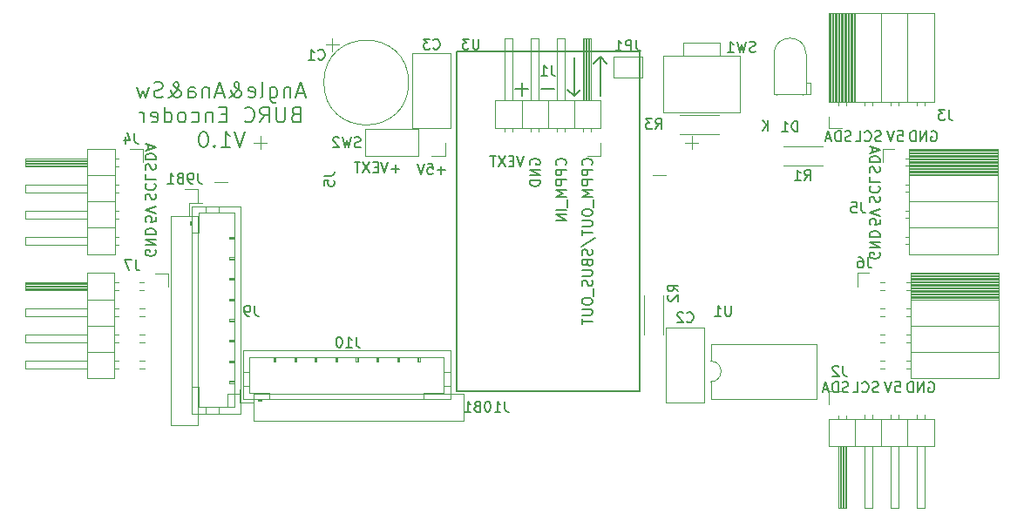
<source format=gbr>
%TF.GenerationSoftware,KiCad,Pcbnew,7.0.7*%
%TF.CreationDate,2023-10-01T14:42:12+02:00*%
%TF.ProjectId,Angle_Ana_Sw,416e676c-655f-4416-9e61-5f53772e6b69,1.0*%
%TF.SameCoordinates,Original*%
%TF.FileFunction,Legend,Bot*%
%TF.FilePolarity,Positive*%
%FSLAX46Y46*%
G04 Gerber Fmt 4.6, Leading zero omitted, Abs format (unit mm)*
G04 Created by KiCad (PCBNEW 7.0.7) date 2023-10-01 14:42:12*
%MOMM*%
%LPD*%
G01*
G04 APERTURE LIST*
%ADD10C,0.210000*%
%ADD11C,0.120000*%
%ADD12C,0.150000*%
G04 APERTURE END LIST*
D10*
X179705000Y-101473000D02*
X180975000Y-101473000D01*
D11*
X147955000Y-110490000D02*
X149225000Y-110490000D01*
D10*
X182880000Y-102171500D02*
X183515000Y-101536500D01*
X185420000Y-98425000D02*
X185420000Y-102108000D01*
D11*
X194310000Y-107315000D02*
X194310000Y-106045000D01*
X159385000Y-96520000D02*
X159385000Y-97790000D01*
D10*
X177800000Y-100838000D02*
X177800000Y-102108000D01*
X182880000Y-98425000D02*
X182880000Y-102108000D01*
X182245000Y-101536500D02*
X182880000Y-102171500D01*
X177165000Y-101473000D02*
X178435000Y-101473000D01*
D11*
X152400000Y-106045000D02*
X152400000Y-107315000D01*
D10*
X185420000Y-98361500D02*
X184785000Y-98996500D01*
D11*
X193675000Y-106680000D02*
X194945000Y-106680000D01*
X151765000Y-106680000D02*
X153035000Y-106680000D01*
X158750000Y-97155000D02*
X160020000Y-97155000D01*
D10*
X185420000Y-98361500D02*
X186055000Y-98996500D01*
D11*
X190500000Y-109855000D02*
X191770000Y-109855000D01*
D12*
X170351220Y-109343866D02*
X169589316Y-109343866D01*
X169970268Y-109724819D02*
X169970268Y-108962914D01*
X168636935Y-108724819D02*
X169113125Y-108724819D01*
X169113125Y-108724819D02*
X169160744Y-109201009D01*
X169160744Y-109201009D02*
X169113125Y-109153390D01*
X169113125Y-109153390D02*
X169017887Y-109105771D01*
X169017887Y-109105771D02*
X168779792Y-109105771D01*
X168779792Y-109105771D02*
X168684554Y-109153390D01*
X168684554Y-109153390D02*
X168636935Y-109201009D01*
X168636935Y-109201009D02*
X168589316Y-109296247D01*
X168589316Y-109296247D02*
X168589316Y-109534342D01*
X168589316Y-109534342D02*
X168636935Y-109629580D01*
X168636935Y-109629580D02*
X168684554Y-109677200D01*
X168684554Y-109677200D02*
X168779792Y-109724819D01*
X168779792Y-109724819D02*
X169017887Y-109724819D01*
X169017887Y-109724819D02*
X169113125Y-109677200D01*
X169113125Y-109677200D02*
X169160744Y-109629580D01*
X168303601Y-108724819D02*
X167970268Y-109724819D01*
X167970268Y-109724819D02*
X167636935Y-108724819D01*
X212435839Y-130886200D02*
X212292982Y-130933819D01*
X212292982Y-130933819D02*
X212054887Y-130933819D01*
X212054887Y-130933819D02*
X211959649Y-130886200D01*
X211959649Y-130886200D02*
X211912030Y-130838580D01*
X211912030Y-130838580D02*
X211864411Y-130743342D01*
X211864411Y-130743342D02*
X211864411Y-130648104D01*
X211864411Y-130648104D02*
X211912030Y-130552866D01*
X211912030Y-130552866D02*
X211959649Y-130505247D01*
X211959649Y-130505247D02*
X212054887Y-130457628D01*
X212054887Y-130457628D02*
X212245363Y-130410009D01*
X212245363Y-130410009D02*
X212340601Y-130362390D01*
X212340601Y-130362390D02*
X212388220Y-130314771D01*
X212388220Y-130314771D02*
X212435839Y-130219533D01*
X212435839Y-130219533D02*
X212435839Y-130124295D01*
X212435839Y-130124295D02*
X212388220Y-130029057D01*
X212388220Y-130029057D02*
X212340601Y-129981438D01*
X212340601Y-129981438D02*
X212245363Y-129933819D01*
X212245363Y-129933819D02*
X212007268Y-129933819D01*
X212007268Y-129933819D02*
X211864411Y-129981438D01*
X210864411Y-130838580D02*
X210912030Y-130886200D01*
X210912030Y-130886200D02*
X211054887Y-130933819D01*
X211054887Y-130933819D02*
X211150125Y-130933819D01*
X211150125Y-130933819D02*
X211292982Y-130886200D01*
X211292982Y-130886200D02*
X211388220Y-130790961D01*
X211388220Y-130790961D02*
X211435839Y-130695723D01*
X211435839Y-130695723D02*
X211483458Y-130505247D01*
X211483458Y-130505247D02*
X211483458Y-130362390D01*
X211483458Y-130362390D02*
X211435839Y-130171914D01*
X211435839Y-130171914D02*
X211388220Y-130076676D01*
X211388220Y-130076676D02*
X211292982Y-129981438D01*
X211292982Y-129981438D02*
X211150125Y-129933819D01*
X211150125Y-129933819D02*
X211054887Y-129933819D01*
X211054887Y-129933819D02*
X210912030Y-129981438D01*
X210912030Y-129981438D02*
X210864411Y-130029057D01*
X209959649Y-130933819D02*
X210435839Y-130933819D01*
X210435839Y-130933819D02*
X210435839Y-129933819D01*
X214325030Y-105549819D02*
X214801220Y-105549819D01*
X214801220Y-105549819D02*
X214848839Y-106026009D01*
X214848839Y-106026009D02*
X214801220Y-105978390D01*
X214801220Y-105978390D02*
X214705982Y-105930771D01*
X214705982Y-105930771D02*
X214467887Y-105930771D01*
X214467887Y-105930771D02*
X214372649Y-105978390D01*
X214372649Y-105978390D02*
X214325030Y-106026009D01*
X214325030Y-106026009D02*
X214277411Y-106121247D01*
X214277411Y-106121247D02*
X214277411Y-106359342D01*
X214277411Y-106359342D02*
X214325030Y-106454580D01*
X214325030Y-106454580D02*
X214372649Y-106502200D01*
X214372649Y-106502200D02*
X214467887Y-106549819D01*
X214467887Y-106549819D02*
X214705982Y-106549819D01*
X214705982Y-106549819D02*
X214801220Y-106502200D01*
X214801220Y-106502200D02*
X214848839Y-106454580D01*
X213991696Y-105549819D02*
X213658363Y-106549819D01*
X213658363Y-106549819D02*
X213325030Y-105549819D01*
X214071030Y-129933819D02*
X214547220Y-129933819D01*
X214547220Y-129933819D02*
X214594839Y-130410009D01*
X214594839Y-130410009D02*
X214547220Y-130362390D01*
X214547220Y-130362390D02*
X214451982Y-130314771D01*
X214451982Y-130314771D02*
X214213887Y-130314771D01*
X214213887Y-130314771D02*
X214118649Y-130362390D01*
X214118649Y-130362390D02*
X214071030Y-130410009D01*
X214071030Y-130410009D02*
X214023411Y-130505247D01*
X214023411Y-130505247D02*
X214023411Y-130743342D01*
X214023411Y-130743342D02*
X214071030Y-130838580D01*
X214071030Y-130838580D02*
X214118649Y-130886200D01*
X214118649Y-130886200D02*
X214213887Y-130933819D01*
X214213887Y-130933819D02*
X214451982Y-130933819D01*
X214451982Y-130933819D02*
X214547220Y-130886200D01*
X214547220Y-130886200D02*
X214594839Y-130838580D01*
X213737696Y-129933819D02*
X213404363Y-130933819D01*
X213404363Y-130933819D02*
X213071030Y-129933819D01*
X211632800Y-112486839D02*
X211585180Y-112343982D01*
X211585180Y-112343982D02*
X211585180Y-112105887D01*
X211585180Y-112105887D02*
X211632800Y-112010649D01*
X211632800Y-112010649D02*
X211680419Y-111963030D01*
X211680419Y-111963030D02*
X211775657Y-111915411D01*
X211775657Y-111915411D02*
X211870895Y-111915411D01*
X211870895Y-111915411D02*
X211966133Y-111963030D01*
X211966133Y-111963030D02*
X212013752Y-112010649D01*
X212013752Y-112010649D02*
X212061371Y-112105887D01*
X212061371Y-112105887D02*
X212108990Y-112296363D01*
X212108990Y-112296363D02*
X212156609Y-112391601D01*
X212156609Y-112391601D02*
X212204228Y-112439220D01*
X212204228Y-112439220D02*
X212299466Y-112486839D01*
X212299466Y-112486839D02*
X212394704Y-112486839D01*
X212394704Y-112486839D02*
X212489942Y-112439220D01*
X212489942Y-112439220D02*
X212537561Y-112391601D01*
X212537561Y-112391601D02*
X212585180Y-112296363D01*
X212585180Y-112296363D02*
X212585180Y-112058268D01*
X212585180Y-112058268D02*
X212537561Y-111915411D01*
X211680419Y-110915411D02*
X211632800Y-110963030D01*
X211632800Y-110963030D02*
X211585180Y-111105887D01*
X211585180Y-111105887D02*
X211585180Y-111201125D01*
X211585180Y-111201125D02*
X211632800Y-111343982D01*
X211632800Y-111343982D02*
X211728038Y-111439220D01*
X211728038Y-111439220D02*
X211823276Y-111486839D01*
X211823276Y-111486839D02*
X212013752Y-111534458D01*
X212013752Y-111534458D02*
X212156609Y-111534458D01*
X212156609Y-111534458D02*
X212347085Y-111486839D01*
X212347085Y-111486839D02*
X212442323Y-111439220D01*
X212442323Y-111439220D02*
X212537561Y-111343982D01*
X212537561Y-111343982D02*
X212585180Y-111201125D01*
X212585180Y-111201125D02*
X212585180Y-111105887D01*
X212585180Y-111105887D02*
X212537561Y-110963030D01*
X212537561Y-110963030D02*
X212489942Y-110915411D01*
X211585180Y-110010649D02*
X211585180Y-110486839D01*
X211585180Y-110486839D02*
X212585180Y-110486839D01*
X212585180Y-114122030D02*
X212585180Y-114598220D01*
X212585180Y-114598220D02*
X212108990Y-114645839D01*
X212108990Y-114645839D02*
X212156609Y-114598220D01*
X212156609Y-114598220D02*
X212204228Y-114502982D01*
X212204228Y-114502982D02*
X212204228Y-114264887D01*
X212204228Y-114264887D02*
X212156609Y-114169649D01*
X212156609Y-114169649D02*
X212108990Y-114122030D01*
X212108990Y-114122030D02*
X212013752Y-114074411D01*
X212013752Y-114074411D02*
X211775657Y-114074411D01*
X211775657Y-114074411D02*
X211680419Y-114122030D01*
X211680419Y-114122030D02*
X211632800Y-114169649D01*
X211632800Y-114169649D02*
X211585180Y-114264887D01*
X211585180Y-114264887D02*
X211585180Y-114502982D01*
X211585180Y-114502982D02*
X211632800Y-114598220D01*
X211632800Y-114598220D02*
X211680419Y-114645839D01*
X212585180Y-113788696D02*
X211585180Y-113455363D01*
X211585180Y-113455363D02*
X212585180Y-113122030D01*
X184559580Y-108858207D02*
X184607200Y-108810588D01*
X184607200Y-108810588D02*
X184654819Y-108667731D01*
X184654819Y-108667731D02*
X184654819Y-108572493D01*
X184654819Y-108572493D02*
X184607200Y-108429636D01*
X184607200Y-108429636D02*
X184511961Y-108334398D01*
X184511961Y-108334398D02*
X184416723Y-108286779D01*
X184416723Y-108286779D02*
X184226247Y-108239160D01*
X184226247Y-108239160D02*
X184083390Y-108239160D01*
X184083390Y-108239160D02*
X183892914Y-108286779D01*
X183892914Y-108286779D02*
X183797676Y-108334398D01*
X183797676Y-108334398D02*
X183702438Y-108429636D01*
X183702438Y-108429636D02*
X183654819Y-108572493D01*
X183654819Y-108572493D02*
X183654819Y-108667731D01*
X183654819Y-108667731D02*
X183702438Y-108810588D01*
X183702438Y-108810588D02*
X183750057Y-108858207D01*
X184654819Y-109286779D02*
X183654819Y-109286779D01*
X183654819Y-109286779D02*
X183654819Y-109667731D01*
X183654819Y-109667731D02*
X183702438Y-109762969D01*
X183702438Y-109762969D02*
X183750057Y-109810588D01*
X183750057Y-109810588D02*
X183845295Y-109858207D01*
X183845295Y-109858207D02*
X183988152Y-109858207D01*
X183988152Y-109858207D02*
X184083390Y-109810588D01*
X184083390Y-109810588D02*
X184131009Y-109762969D01*
X184131009Y-109762969D02*
X184178628Y-109667731D01*
X184178628Y-109667731D02*
X184178628Y-109286779D01*
X184654819Y-110286779D02*
X183654819Y-110286779D01*
X183654819Y-110286779D02*
X183654819Y-110667731D01*
X183654819Y-110667731D02*
X183702438Y-110762969D01*
X183702438Y-110762969D02*
X183750057Y-110810588D01*
X183750057Y-110810588D02*
X183845295Y-110858207D01*
X183845295Y-110858207D02*
X183988152Y-110858207D01*
X183988152Y-110858207D02*
X184083390Y-110810588D01*
X184083390Y-110810588D02*
X184131009Y-110762969D01*
X184131009Y-110762969D02*
X184178628Y-110667731D01*
X184178628Y-110667731D02*
X184178628Y-110286779D01*
X184654819Y-111286779D02*
X183654819Y-111286779D01*
X183654819Y-111286779D02*
X184369104Y-111620112D01*
X184369104Y-111620112D02*
X183654819Y-111953445D01*
X183654819Y-111953445D02*
X184654819Y-111953445D01*
X184750057Y-112191541D02*
X184750057Y-112953445D01*
X183654819Y-113382017D02*
X183654819Y-113572493D01*
X183654819Y-113572493D02*
X183702438Y-113667731D01*
X183702438Y-113667731D02*
X183797676Y-113762969D01*
X183797676Y-113762969D02*
X183988152Y-113810588D01*
X183988152Y-113810588D02*
X184321485Y-113810588D01*
X184321485Y-113810588D02*
X184511961Y-113762969D01*
X184511961Y-113762969D02*
X184607200Y-113667731D01*
X184607200Y-113667731D02*
X184654819Y-113572493D01*
X184654819Y-113572493D02*
X184654819Y-113382017D01*
X184654819Y-113382017D02*
X184607200Y-113286779D01*
X184607200Y-113286779D02*
X184511961Y-113191541D01*
X184511961Y-113191541D02*
X184321485Y-113143922D01*
X184321485Y-113143922D02*
X183988152Y-113143922D01*
X183988152Y-113143922D02*
X183797676Y-113191541D01*
X183797676Y-113191541D02*
X183702438Y-113286779D01*
X183702438Y-113286779D02*
X183654819Y-113382017D01*
X183654819Y-114239160D02*
X184464342Y-114239160D01*
X184464342Y-114239160D02*
X184559580Y-114286779D01*
X184559580Y-114286779D02*
X184607200Y-114334398D01*
X184607200Y-114334398D02*
X184654819Y-114429636D01*
X184654819Y-114429636D02*
X184654819Y-114620112D01*
X184654819Y-114620112D02*
X184607200Y-114715350D01*
X184607200Y-114715350D02*
X184559580Y-114762969D01*
X184559580Y-114762969D02*
X184464342Y-114810588D01*
X184464342Y-114810588D02*
X183654819Y-114810588D01*
X183654819Y-115143922D02*
X183654819Y-115715350D01*
X184654819Y-115429636D02*
X183654819Y-115429636D01*
X183607200Y-116762969D02*
X184892914Y-115905827D01*
X184607200Y-117048684D02*
X184654819Y-117191541D01*
X184654819Y-117191541D02*
X184654819Y-117429636D01*
X184654819Y-117429636D02*
X184607200Y-117524874D01*
X184607200Y-117524874D02*
X184559580Y-117572493D01*
X184559580Y-117572493D02*
X184464342Y-117620112D01*
X184464342Y-117620112D02*
X184369104Y-117620112D01*
X184369104Y-117620112D02*
X184273866Y-117572493D01*
X184273866Y-117572493D02*
X184226247Y-117524874D01*
X184226247Y-117524874D02*
X184178628Y-117429636D01*
X184178628Y-117429636D02*
X184131009Y-117239160D01*
X184131009Y-117239160D02*
X184083390Y-117143922D01*
X184083390Y-117143922D02*
X184035771Y-117096303D01*
X184035771Y-117096303D02*
X183940533Y-117048684D01*
X183940533Y-117048684D02*
X183845295Y-117048684D01*
X183845295Y-117048684D02*
X183750057Y-117096303D01*
X183750057Y-117096303D02*
X183702438Y-117143922D01*
X183702438Y-117143922D02*
X183654819Y-117239160D01*
X183654819Y-117239160D02*
X183654819Y-117477255D01*
X183654819Y-117477255D02*
X183702438Y-117620112D01*
X184131009Y-118382017D02*
X184178628Y-118524874D01*
X184178628Y-118524874D02*
X184226247Y-118572493D01*
X184226247Y-118572493D02*
X184321485Y-118620112D01*
X184321485Y-118620112D02*
X184464342Y-118620112D01*
X184464342Y-118620112D02*
X184559580Y-118572493D01*
X184559580Y-118572493D02*
X184607200Y-118524874D01*
X184607200Y-118524874D02*
X184654819Y-118429636D01*
X184654819Y-118429636D02*
X184654819Y-118048684D01*
X184654819Y-118048684D02*
X183654819Y-118048684D01*
X183654819Y-118048684D02*
X183654819Y-118382017D01*
X183654819Y-118382017D02*
X183702438Y-118477255D01*
X183702438Y-118477255D02*
X183750057Y-118524874D01*
X183750057Y-118524874D02*
X183845295Y-118572493D01*
X183845295Y-118572493D02*
X183940533Y-118572493D01*
X183940533Y-118572493D02*
X184035771Y-118524874D01*
X184035771Y-118524874D02*
X184083390Y-118477255D01*
X184083390Y-118477255D02*
X184131009Y-118382017D01*
X184131009Y-118382017D02*
X184131009Y-118048684D01*
X183654819Y-119048684D02*
X184464342Y-119048684D01*
X184464342Y-119048684D02*
X184559580Y-119096303D01*
X184559580Y-119096303D02*
X184607200Y-119143922D01*
X184607200Y-119143922D02*
X184654819Y-119239160D01*
X184654819Y-119239160D02*
X184654819Y-119429636D01*
X184654819Y-119429636D02*
X184607200Y-119524874D01*
X184607200Y-119524874D02*
X184559580Y-119572493D01*
X184559580Y-119572493D02*
X184464342Y-119620112D01*
X184464342Y-119620112D02*
X183654819Y-119620112D01*
X184607200Y-120048684D02*
X184654819Y-120191541D01*
X184654819Y-120191541D02*
X184654819Y-120429636D01*
X184654819Y-120429636D02*
X184607200Y-120524874D01*
X184607200Y-120524874D02*
X184559580Y-120572493D01*
X184559580Y-120572493D02*
X184464342Y-120620112D01*
X184464342Y-120620112D02*
X184369104Y-120620112D01*
X184369104Y-120620112D02*
X184273866Y-120572493D01*
X184273866Y-120572493D02*
X184226247Y-120524874D01*
X184226247Y-120524874D02*
X184178628Y-120429636D01*
X184178628Y-120429636D02*
X184131009Y-120239160D01*
X184131009Y-120239160D02*
X184083390Y-120143922D01*
X184083390Y-120143922D02*
X184035771Y-120096303D01*
X184035771Y-120096303D02*
X183940533Y-120048684D01*
X183940533Y-120048684D02*
X183845295Y-120048684D01*
X183845295Y-120048684D02*
X183750057Y-120096303D01*
X183750057Y-120096303D02*
X183702438Y-120143922D01*
X183702438Y-120143922D02*
X183654819Y-120239160D01*
X183654819Y-120239160D02*
X183654819Y-120477255D01*
X183654819Y-120477255D02*
X183702438Y-120620112D01*
X184750057Y-120810589D02*
X184750057Y-121572493D01*
X183654819Y-122001065D02*
X183654819Y-122191541D01*
X183654819Y-122191541D02*
X183702438Y-122286779D01*
X183702438Y-122286779D02*
X183797676Y-122382017D01*
X183797676Y-122382017D02*
X183988152Y-122429636D01*
X183988152Y-122429636D02*
X184321485Y-122429636D01*
X184321485Y-122429636D02*
X184511961Y-122382017D01*
X184511961Y-122382017D02*
X184607200Y-122286779D01*
X184607200Y-122286779D02*
X184654819Y-122191541D01*
X184654819Y-122191541D02*
X184654819Y-122001065D01*
X184654819Y-122001065D02*
X184607200Y-121905827D01*
X184607200Y-121905827D02*
X184511961Y-121810589D01*
X184511961Y-121810589D02*
X184321485Y-121762970D01*
X184321485Y-121762970D02*
X183988152Y-121762970D01*
X183988152Y-121762970D02*
X183797676Y-121810589D01*
X183797676Y-121810589D02*
X183702438Y-121905827D01*
X183702438Y-121905827D02*
X183654819Y-122001065D01*
X183654819Y-122858208D02*
X184464342Y-122858208D01*
X184464342Y-122858208D02*
X184559580Y-122905827D01*
X184559580Y-122905827D02*
X184607200Y-122953446D01*
X184607200Y-122953446D02*
X184654819Y-123048684D01*
X184654819Y-123048684D02*
X184654819Y-123239160D01*
X184654819Y-123239160D02*
X184607200Y-123334398D01*
X184607200Y-123334398D02*
X184559580Y-123382017D01*
X184559580Y-123382017D02*
X184464342Y-123429636D01*
X184464342Y-123429636D02*
X183654819Y-123429636D01*
X183654819Y-123762970D02*
X183654819Y-124334398D01*
X184654819Y-124048684D02*
X183654819Y-124048684D01*
X201720220Y-105533819D02*
X201720220Y-104533819D01*
X201148792Y-105533819D02*
X201577363Y-104962390D01*
X201148792Y-104533819D02*
X201720220Y-105105247D01*
X212689839Y-106502200D02*
X212546982Y-106549819D01*
X212546982Y-106549819D02*
X212308887Y-106549819D01*
X212308887Y-106549819D02*
X212213649Y-106502200D01*
X212213649Y-106502200D02*
X212166030Y-106454580D01*
X212166030Y-106454580D02*
X212118411Y-106359342D01*
X212118411Y-106359342D02*
X212118411Y-106264104D01*
X212118411Y-106264104D02*
X212166030Y-106168866D01*
X212166030Y-106168866D02*
X212213649Y-106121247D01*
X212213649Y-106121247D02*
X212308887Y-106073628D01*
X212308887Y-106073628D02*
X212499363Y-106026009D01*
X212499363Y-106026009D02*
X212594601Y-105978390D01*
X212594601Y-105978390D02*
X212642220Y-105930771D01*
X212642220Y-105930771D02*
X212689839Y-105835533D01*
X212689839Y-105835533D02*
X212689839Y-105740295D01*
X212689839Y-105740295D02*
X212642220Y-105645057D01*
X212642220Y-105645057D02*
X212594601Y-105597438D01*
X212594601Y-105597438D02*
X212499363Y-105549819D01*
X212499363Y-105549819D02*
X212261268Y-105549819D01*
X212261268Y-105549819D02*
X212118411Y-105597438D01*
X211118411Y-106454580D02*
X211166030Y-106502200D01*
X211166030Y-106502200D02*
X211308887Y-106549819D01*
X211308887Y-106549819D02*
X211404125Y-106549819D01*
X211404125Y-106549819D02*
X211546982Y-106502200D01*
X211546982Y-106502200D02*
X211642220Y-106406961D01*
X211642220Y-106406961D02*
X211689839Y-106311723D01*
X211689839Y-106311723D02*
X211737458Y-106121247D01*
X211737458Y-106121247D02*
X211737458Y-105978390D01*
X211737458Y-105978390D02*
X211689839Y-105787914D01*
X211689839Y-105787914D02*
X211642220Y-105692676D01*
X211642220Y-105692676D02*
X211546982Y-105597438D01*
X211546982Y-105597438D02*
X211404125Y-105549819D01*
X211404125Y-105549819D02*
X211308887Y-105549819D01*
X211308887Y-105549819D02*
X211166030Y-105597438D01*
X211166030Y-105597438D02*
X211118411Y-105645057D01*
X210213649Y-106549819D02*
X210689839Y-106549819D01*
X210689839Y-106549819D02*
X210689839Y-105549819D01*
X212537561Y-117376411D02*
X212585180Y-117471649D01*
X212585180Y-117471649D02*
X212585180Y-117614506D01*
X212585180Y-117614506D02*
X212537561Y-117757363D01*
X212537561Y-117757363D02*
X212442323Y-117852601D01*
X212442323Y-117852601D02*
X212347085Y-117900220D01*
X212347085Y-117900220D02*
X212156609Y-117947839D01*
X212156609Y-117947839D02*
X212013752Y-117947839D01*
X212013752Y-117947839D02*
X211823276Y-117900220D01*
X211823276Y-117900220D02*
X211728038Y-117852601D01*
X211728038Y-117852601D02*
X211632800Y-117757363D01*
X211632800Y-117757363D02*
X211585180Y-117614506D01*
X211585180Y-117614506D02*
X211585180Y-117519268D01*
X211585180Y-117519268D02*
X211632800Y-117376411D01*
X211632800Y-117376411D02*
X211680419Y-117328792D01*
X211680419Y-117328792D02*
X212013752Y-117328792D01*
X212013752Y-117328792D02*
X212013752Y-117519268D01*
X211585180Y-116900220D02*
X212585180Y-116900220D01*
X212585180Y-116900220D02*
X211585180Y-116328792D01*
X211585180Y-116328792D02*
X212585180Y-116328792D01*
X211585180Y-115852601D02*
X212585180Y-115852601D01*
X212585180Y-115852601D02*
X212585180Y-115614506D01*
X212585180Y-115614506D02*
X212537561Y-115471649D01*
X212537561Y-115471649D02*
X212442323Y-115376411D01*
X212442323Y-115376411D02*
X212347085Y-115328792D01*
X212347085Y-115328792D02*
X212156609Y-115281173D01*
X212156609Y-115281173D02*
X212013752Y-115281173D01*
X212013752Y-115281173D02*
X211823276Y-115328792D01*
X211823276Y-115328792D02*
X211728038Y-115376411D01*
X211728038Y-115376411D02*
X211632800Y-115471649D01*
X211632800Y-115471649D02*
X211585180Y-115614506D01*
X211585180Y-115614506D02*
X211585180Y-115852601D01*
X142179561Y-117122411D02*
X142227180Y-117217649D01*
X142227180Y-117217649D02*
X142227180Y-117360506D01*
X142227180Y-117360506D02*
X142179561Y-117503363D01*
X142179561Y-117503363D02*
X142084323Y-117598601D01*
X142084323Y-117598601D02*
X141989085Y-117646220D01*
X141989085Y-117646220D02*
X141798609Y-117693839D01*
X141798609Y-117693839D02*
X141655752Y-117693839D01*
X141655752Y-117693839D02*
X141465276Y-117646220D01*
X141465276Y-117646220D02*
X141370038Y-117598601D01*
X141370038Y-117598601D02*
X141274800Y-117503363D01*
X141274800Y-117503363D02*
X141227180Y-117360506D01*
X141227180Y-117360506D02*
X141227180Y-117265268D01*
X141227180Y-117265268D02*
X141274800Y-117122411D01*
X141274800Y-117122411D02*
X141322419Y-117074792D01*
X141322419Y-117074792D02*
X141655752Y-117074792D01*
X141655752Y-117074792D02*
X141655752Y-117265268D01*
X141227180Y-116646220D02*
X142227180Y-116646220D01*
X142227180Y-116646220D02*
X141227180Y-116074792D01*
X141227180Y-116074792D02*
X142227180Y-116074792D01*
X141227180Y-115598601D02*
X142227180Y-115598601D01*
X142227180Y-115598601D02*
X142227180Y-115360506D01*
X142227180Y-115360506D02*
X142179561Y-115217649D01*
X142179561Y-115217649D02*
X142084323Y-115122411D01*
X142084323Y-115122411D02*
X141989085Y-115074792D01*
X141989085Y-115074792D02*
X141798609Y-115027173D01*
X141798609Y-115027173D02*
X141655752Y-115027173D01*
X141655752Y-115027173D02*
X141465276Y-115074792D01*
X141465276Y-115074792D02*
X141370038Y-115122411D01*
X141370038Y-115122411D02*
X141274800Y-115217649D01*
X141274800Y-115217649D02*
X141227180Y-115360506D01*
X141227180Y-115360506D02*
X141227180Y-115598601D01*
X182019580Y-108858207D02*
X182067200Y-108810588D01*
X182067200Y-108810588D02*
X182114819Y-108667731D01*
X182114819Y-108667731D02*
X182114819Y-108572493D01*
X182114819Y-108572493D02*
X182067200Y-108429636D01*
X182067200Y-108429636D02*
X181971961Y-108334398D01*
X181971961Y-108334398D02*
X181876723Y-108286779D01*
X181876723Y-108286779D02*
X181686247Y-108239160D01*
X181686247Y-108239160D02*
X181543390Y-108239160D01*
X181543390Y-108239160D02*
X181352914Y-108286779D01*
X181352914Y-108286779D02*
X181257676Y-108334398D01*
X181257676Y-108334398D02*
X181162438Y-108429636D01*
X181162438Y-108429636D02*
X181114819Y-108572493D01*
X181114819Y-108572493D02*
X181114819Y-108667731D01*
X181114819Y-108667731D02*
X181162438Y-108810588D01*
X181162438Y-108810588D02*
X181210057Y-108858207D01*
X182114819Y-109286779D02*
X181114819Y-109286779D01*
X181114819Y-109286779D02*
X181114819Y-109667731D01*
X181114819Y-109667731D02*
X181162438Y-109762969D01*
X181162438Y-109762969D02*
X181210057Y-109810588D01*
X181210057Y-109810588D02*
X181305295Y-109858207D01*
X181305295Y-109858207D02*
X181448152Y-109858207D01*
X181448152Y-109858207D02*
X181543390Y-109810588D01*
X181543390Y-109810588D02*
X181591009Y-109762969D01*
X181591009Y-109762969D02*
X181638628Y-109667731D01*
X181638628Y-109667731D02*
X181638628Y-109286779D01*
X182114819Y-110286779D02*
X181114819Y-110286779D01*
X181114819Y-110286779D02*
X181114819Y-110667731D01*
X181114819Y-110667731D02*
X181162438Y-110762969D01*
X181162438Y-110762969D02*
X181210057Y-110810588D01*
X181210057Y-110810588D02*
X181305295Y-110858207D01*
X181305295Y-110858207D02*
X181448152Y-110858207D01*
X181448152Y-110858207D02*
X181543390Y-110810588D01*
X181543390Y-110810588D02*
X181591009Y-110762969D01*
X181591009Y-110762969D02*
X181638628Y-110667731D01*
X181638628Y-110667731D02*
X181638628Y-110286779D01*
X182114819Y-111286779D02*
X181114819Y-111286779D01*
X181114819Y-111286779D02*
X181829104Y-111620112D01*
X181829104Y-111620112D02*
X181114819Y-111953445D01*
X181114819Y-111953445D02*
X182114819Y-111953445D01*
X182210057Y-112191541D02*
X182210057Y-112953445D01*
X182114819Y-113191541D02*
X181114819Y-113191541D01*
X182114819Y-113667731D02*
X181114819Y-113667731D01*
X181114819Y-113667731D02*
X182114819Y-114239159D01*
X182114819Y-114239159D02*
X181114819Y-114239159D01*
X209768839Y-106502200D02*
X209625982Y-106549819D01*
X209625982Y-106549819D02*
X209387887Y-106549819D01*
X209387887Y-106549819D02*
X209292649Y-106502200D01*
X209292649Y-106502200D02*
X209245030Y-106454580D01*
X209245030Y-106454580D02*
X209197411Y-106359342D01*
X209197411Y-106359342D02*
X209197411Y-106264104D01*
X209197411Y-106264104D02*
X209245030Y-106168866D01*
X209245030Y-106168866D02*
X209292649Y-106121247D01*
X209292649Y-106121247D02*
X209387887Y-106073628D01*
X209387887Y-106073628D02*
X209578363Y-106026009D01*
X209578363Y-106026009D02*
X209673601Y-105978390D01*
X209673601Y-105978390D02*
X209721220Y-105930771D01*
X209721220Y-105930771D02*
X209768839Y-105835533D01*
X209768839Y-105835533D02*
X209768839Y-105740295D01*
X209768839Y-105740295D02*
X209721220Y-105645057D01*
X209721220Y-105645057D02*
X209673601Y-105597438D01*
X209673601Y-105597438D02*
X209578363Y-105549819D01*
X209578363Y-105549819D02*
X209340268Y-105549819D01*
X209340268Y-105549819D02*
X209197411Y-105597438D01*
X208768839Y-106549819D02*
X208768839Y-105549819D01*
X208768839Y-105549819D02*
X208530744Y-105549819D01*
X208530744Y-105549819D02*
X208387887Y-105597438D01*
X208387887Y-105597438D02*
X208292649Y-105692676D01*
X208292649Y-105692676D02*
X208245030Y-105787914D01*
X208245030Y-105787914D02*
X208197411Y-105978390D01*
X208197411Y-105978390D02*
X208197411Y-106121247D01*
X208197411Y-106121247D02*
X208245030Y-106311723D01*
X208245030Y-106311723D02*
X208292649Y-106406961D01*
X208292649Y-106406961D02*
X208387887Y-106502200D01*
X208387887Y-106502200D02*
X208530744Y-106549819D01*
X208530744Y-106549819D02*
X208768839Y-106549819D01*
X207816458Y-106264104D02*
X207340268Y-106264104D01*
X207911696Y-106549819D02*
X207578363Y-105549819D01*
X207578363Y-105549819D02*
X207245030Y-106549819D01*
X178622438Y-108810588D02*
X178574819Y-108715350D01*
X178574819Y-108715350D02*
X178574819Y-108572493D01*
X178574819Y-108572493D02*
X178622438Y-108429636D01*
X178622438Y-108429636D02*
X178717676Y-108334398D01*
X178717676Y-108334398D02*
X178812914Y-108286779D01*
X178812914Y-108286779D02*
X179003390Y-108239160D01*
X179003390Y-108239160D02*
X179146247Y-108239160D01*
X179146247Y-108239160D02*
X179336723Y-108286779D01*
X179336723Y-108286779D02*
X179431961Y-108334398D01*
X179431961Y-108334398D02*
X179527200Y-108429636D01*
X179527200Y-108429636D02*
X179574819Y-108572493D01*
X179574819Y-108572493D02*
X179574819Y-108667731D01*
X179574819Y-108667731D02*
X179527200Y-108810588D01*
X179527200Y-108810588D02*
X179479580Y-108858207D01*
X179479580Y-108858207D02*
X179146247Y-108858207D01*
X179146247Y-108858207D02*
X179146247Y-108667731D01*
X179574819Y-109286779D02*
X178574819Y-109286779D01*
X178574819Y-109286779D02*
X179574819Y-109858207D01*
X179574819Y-109858207D02*
X178574819Y-109858207D01*
X179574819Y-110334398D02*
X178574819Y-110334398D01*
X178574819Y-110334398D02*
X178574819Y-110572493D01*
X178574819Y-110572493D02*
X178622438Y-110715350D01*
X178622438Y-110715350D02*
X178717676Y-110810588D01*
X178717676Y-110810588D02*
X178812914Y-110858207D01*
X178812914Y-110858207D02*
X179003390Y-110905826D01*
X179003390Y-110905826D02*
X179146247Y-110905826D01*
X179146247Y-110905826D02*
X179336723Y-110858207D01*
X179336723Y-110858207D02*
X179431961Y-110810588D01*
X179431961Y-110810588D02*
X179527200Y-110715350D01*
X179527200Y-110715350D02*
X179574819Y-110572493D01*
X179574819Y-110572493D02*
X179574819Y-110334398D01*
X165906220Y-109216866D02*
X165144316Y-109216866D01*
X165525268Y-109597819D02*
X165525268Y-108835914D01*
X164810982Y-108597819D02*
X164477649Y-109597819D01*
X164477649Y-109597819D02*
X164144316Y-108597819D01*
X163810982Y-109074009D02*
X163477649Y-109074009D01*
X163334792Y-109597819D02*
X163810982Y-109597819D01*
X163810982Y-109597819D02*
X163810982Y-108597819D01*
X163810982Y-108597819D02*
X163334792Y-108597819D01*
X163001458Y-108597819D02*
X162334792Y-109597819D01*
X162334792Y-108597819D02*
X163001458Y-109597819D01*
X162096696Y-108597819D02*
X161525268Y-108597819D01*
X161810982Y-109597819D02*
X161810982Y-108597819D01*
X142227180Y-113868030D02*
X142227180Y-114344220D01*
X142227180Y-114344220D02*
X141750990Y-114391839D01*
X141750990Y-114391839D02*
X141798609Y-114344220D01*
X141798609Y-114344220D02*
X141846228Y-114248982D01*
X141846228Y-114248982D02*
X141846228Y-114010887D01*
X141846228Y-114010887D02*
X141798609Y-113915649D01*
X141798609Y-113915649D02*
X141750990Y-113868030D01*
X141750990Y-113868030D02*
X141655752Y-113820411D01*
X141655752Y-113820411D02*
X141417657Y-113820411D01*
X141417657Y-113820411D02*
X141322419Y-113868030D01*
X141322419Y-113868030D02*
X141274800Y-113915649D01*
X141274800Y-113915649D02*
X141227180Y-114010887D01*
X141227180Y-114010887D02*
X141227180Y-114248982D01*
X141227180Y-114248982D02*
X141274800Y-114344220D01*
X141274800Y-114344220D02*
X141322419Y-114391839D01*
X142227180Y-113534696D02*
X141227180Y-113201363D01*
X141227180Y-113201363D02*
X142227180Y-112868030D01*
X209514839Y-130886200D02*
X209371982Y-130933819D01*
X209371982Y-130933819D02*
X209133887Y-130933819D01*
X209133887Y-130933819D02*
X209038649Y-130886200D01*
X209038649Y-130886200D02*
X208991030Y-130838580D01*
X208991030Y-130838580D02*
X208943411Y-130743342D01*
X208943411Y-130743342D02*
X208943411Y-130648104D01*
X208943411Y-130648104D02*
X208991030Y-130552866D01*
X208991030Y-130552866D02*
X209038649Y-130505247D01*
X209038649Y-130505247D02*
X209133887Y-130457628D01*
X209133887Y-130457628D02*
X209324363Y-130410009D01*
X209324363Y-130410009D02*
X209419601Y-130362390D01*
X209419601Y-130362390D02*
X209467220Y-130314771D01*
X209467220Y-130314771D02*
X209514839Y-130219533D01*
X209514839Y-130219533D02*
X209514839Y-130124295D01*
X209514839Y-130124295D02*
X209467220Y-130029057D01*
X209467220Y-130029057D02*
X209419601Y-129981438D01*
X209419601Y-129981438D02*
X209324363Y-129933819D01*
X209324363Y-129933819D02*
X209086268Y-129933819D01*
X209086268Y-129933819D02*
X208943411Y-129981438D01*
X208514839Y-130933819D02*
X208514839Y-129933819D01*
X208514839Y-129933819D02*
X208276744Y-129933819D01*
X208276744Y-129933819D02*
X208133887Y-129981438D01*
X208133887Y-129981438D02*
X208038649Y-130076676D01*
X208038649Y-130076676D02*
X207991030Y-130171914D01*
X207991030Y-130171914D02*
X207943411Y-130362390D01*
X207943411Y-130362390D02*
X207943411Y-130505247D01*
X207943411Y-130505247D02*
X207991030Y-130695723D01*
X207991030Y-130695723D02*
X208038649Y-130790961D01*
X208038649Y-130790961D02*
X208133887Y-130886200D01*
X208133887Y-130886200D02*
X208276744Y-130933819D01*
X208276744Y-130933819D02*
X208514839Y-130933819D01*
X207562458Y-130648104D02*
X207086268Y-130648104D01*
X207657696Y-130933819D02*
X207324363Y-129933819D01*
X207324363Y-129933819D02*
X206991030Y-130933819D01*
X217579411Y-105597438D02*
X217674649Y-105549819D01*
X217674649Y-105549819D02*
X217817506Y-105549819D01*
X217817506Y-105549819D02*
X217960363Y-105597438D01*
X217960363Y-105597438D02*
X218055601Y-105692676D01*
X218055601Y-105692676D02*
X218103220Y-105787914D01*
X218103220Y-105787914D02*
X218150839Y-105978390D01*
X218150839Y-105978390D02*
X218150839Y-106121247D01*
X218150839Y-106121247D02*
X218103220Y-106311723D01*
X218103220Y-106311723D02*
X218055601Y-106406961D01*
X218055601Y-106406961D02*
X217960363Y-106502200D01*
X217960363Y-106502200D02*
X217817506Y-106549819D01*
X217817506Y-106549819D02*
X217722268Y-106549819D01*
X217722268Y-106549819D02*
X217579411Y-106502200D01*
X217579411Y-106502200D02*
X217531792Y-106454580D01*
X217531792Y-106454580D02*
X217531792Y-106121247D01*
X217531792Y-106121247D02*
X217722268Y-106121247D01*
X217103220Y-106549819D02*
X217103220Y-105549819D01*
X217103220Y-105549819D02*
X216531792Y-106549819D01*
X216531792Y-106549819D02*
X216531792Y-105549819D01*
X216055601Y-106549819D02*
X216055601Y-105549819D01*
X216055601Y-105549819D02*
X215817506Y-105549819D01*
X215817506Y-105549819D02*
X215674649Y-105597438D01*
X215674649Y-105597438D02*
X215579411Y-105692676D01*
X215579411Y-105692676D02*
X215531792Y-105787914D01*
X215531792Y-105787914D02*
X215484173Y-105978390D01*
X215484173Y-105978390D02*
X215484173Y-106121247D01*
X215484173Y-106121247D02*
X215531792Y-106311723D01*
X215531792Y-106311723D02*
X215579411Y-106406961D01*
X215579411Y-106406961D02*
X215674649Y-106502200D01*
X215674649Y-106502200D02*
X215817506Y-106549819D01*
X215817506Y-106549819D02*
X216055601Y-106549819D01*
X177987077Y-107962819D02*
X177653744Y-108962819D01*
X177653744Y-108962819D02*
X177320411Y-107962819D01*
X176987077Y-108439009D02*
X176653744Y-108439009D01*
X176510887Y-108962819D02*
X176987077Y-108962819D01*
X176987077Y-108962819D02*
X176987077Y-107962819D01*
X176987077Y-107962819D02*
X176510887Y-107962819D01*
X176177553Y-107962819D02*
X175510887Y-108962819D01*
X175510887Y-107962819D02*
X176177553Y-108962819D01*
X175272791Y-107962819D02*
X174701363Y-107962819D01*
X174987077Y-108962819D02*
X174987077Y-107962819D01*
X211632800Y-109565839D02*
X211585180Y-109422982D01*
X211585180Y-109422982D02*
X211585180Y-109184887D01*
X211585180Y-109184887D02*
X211632800Y-109089649D01*
X211632800Y-109089649D02*
X211680419Y-109042030D01*
X211680419Y-109042030D02*
X211775657Y-108994411D01*
X211775657Y-108994411D02*
X211870895Y-108994411D01*
X211870895Y-108994411D02*
X211966133Y-109042030D01*
X211966133Y-109042030D02*
X212013752Y-109089649D01*
X212013752Y-109089649D02*
X212061371Y-109184887D01*
X212061371Y-109184887D02*
X212108990Y-109375363D01*
X212108990Y-109375363D02*
X212156609Y-109470601D01*
X212156609Y-109470601D02*
X212204228Y-109518220D01*
X212204228Y-109518220D02*
X212299466Y-109565839D01*
X212299466Y-109565839D02*
X212394704Y-109565839D01*
X212394704Y-109565839D02*
X212489942Y-109518220D01*
X212489942Y-109518220D02*
X212537561Y-109470601D01*
X212537561Y-109470601D02*
X212585180Y-109375363D01*
X212585180Y-109375363D02*
X212585180Y-109137268D01*
X212585180Y-109137268D02*
X212537561Y-108994411D01*
X211585180Y-108565839D02*
X212585180Y-108565839D01*
X212585180Y-108565839D02*
X212585180Y-108327744D01*
X212585180Y-108327744D02*
X212537561Y-108184887D01*
X212537561Y-108184887D02*
X212442323Y-108089649D01*
X212442323Y-108089649D02*
X212347085Y-108042030D01*
X212347085Y-108042030D02*
X212156609Y-107994411D01*
X212156609Y-107994411D02*
X212013752Y-107994411D01*
X212013752Y-107994411D02*
X211823276Y-108042030D01*
X211823276Y-108042030D02*
X211728038Y-108089649D01*
X211728038Y-108089649D02*
X211632800Y-108184887D01*
X211632800Y-108184887D02*
X211585180Y-108327744D01*
X211585180Y-108327744D02*
X211585180Y-108565839D01*
X211870895Y-107613458D02*
X211870895Y-107137268D01*
X211585180Y-107708696D02*
X212585180Y-107375363D01*
X212585180Y-107375363D02*
X211585180Y-107042030D01*
D10*
X155804285Y-103919794D02*
X155589999Y-103991222D01*
X155589999Y-103991222D02*
X155518570Y-104062651D01*
X155518570Y-104062651D02*
X155447142Y-104205508D01*
X155447142Y-104205508D02*
X155447142Y-104419794D01*
X155447142Y-104419794D02*
X155518570Y-104562651D01*
X155518570Y-104562651D02*
X155589999Y-104634080D01*
X155589999Y-104634080D02*
X155732856Y-104705508D01*
X155732856Y-104705508D02*
X156304285Y-104705508D01*
X156304285Y-104705508D02*
X156304285Y-103205508D01*
X156304285Y-103205508D02*
X155804285Y-103205508D01*
X155804285Y-103205508D02*
X155661428Y-103276937D01*
X155661428Y-103276937D02*
X155589999Y-103348365D01*
X155589999Y-103348365D02*
X155518570Y-103491222D01*
X155518570Y-103491222D02*
X155518570Y-103634080D01*
X155518570Y-103634080D02*
X155589999Y-103776937D01*
X155589999Y-103776937D02*
X155661428Y-103848365D01*
X155661428Y-103848365D02*
X155804285Y-103919794D01*
X155804285Y-103919794D02*
X156304285Y-103919794D01*
X154804285Y-103205508D02*
X154804285Y-104419794D01*
X154804285Y-104419794D02*
X154732856Y-104562651D01*
X154732856Y-104562651D02*
X154661428Y-104634080D01*
X154661428Y-104634080D02*
X154518570Y-104705508D01*
X154518570Y-104705508D02*
X154232856Y-104705508D01*
X154232856Y-104705508D02*
X154089999Y-104634080D01*
X154089999Y-104634080D02*
X154018570Y-104562651D01*
X154018570Y-104562651D02*
X153947142Y-104419794D01*
X153947142Y-104419794D02*
X153947142Y-103205508D01*
X152375713Y-104705508D02*
X152875713Y-103991222D01*
X153232856Y-104705508D02*
X153232856Y-103205508D01*
X153232856Y-103205508D02*
X152661427Y-103205508D01*
X152661427Y-103205508D02*
X152518570Y-103276937D01*
X152518570Y-103276937D02*
X152447141Y-103348365D01*
X152447141Y-103348365D02*
X152375713Y-103491222D01*
X152375713Y-103491222D02*
X152375713Y-103705508D01*
X152375713Y-103705508D02*
X152447141Y-103848365D01*
X152447141Y-103848365D02*
X152518570Y-103919794D01*
X152518570Y-103919794D02*
X152661427Y-103991222D01*
X152661427Y-103991222D02*
X153232856Y-103991222D01*
X150875713Y-104562651D02*
X150947141Y-104634080D01*
X150947141Y-104634080D02*
X151161427Y-104705508D01*
X151161427Y-104705508D02*
X151304284Y-104705508D01*
X151304284Y-104705508D02*
X151518570Y-104634080D01*
X151518570Y-104634080D02*
X151661427Y-104491222D01*
X151661427Y-104491222D02*
X151732856Y-104348365D01*
X151732856Y-104348365D02*
X151804284Y-104062651D01*
X151804284Y-104062651D02*
X151804284Y-103848365D01*
X151804284Y-103848365D02*
X151732856Y-103562651D01*
X151732856Y-103562651D02*
X151661427Y-103419794D01*
X151661427Y-103419794D02*
X151518570Y-103276937D01*
X151518570Y-103276937D02*
X151304284Y-103205508D01*
X151304284Y-103205508D02*
X151161427Y-103205508D01*
X151161427Y-103205508D02*
X150947141Y-103276937D01*
X150947141Y-103276937D02*
X150875713Y-103348365D01*
X149089999Y-103919794D02*
X148589999Y-103919794D01*
X148375713Y-104705508D02*
X149089999Y-104705508D01*
X149089999Y-104705508D02*
X149089999Y-103205508D01*
X149089999Y-103205508D02*
X148375713Y-103205508D01*
X147732856Y-103705508D02*
X147732856Y-104705508D01*
X147732856Y-103848365D02*
X147661427Y-103776937D01*
X147661427Y-103776937D02*
X147518570Y-103705508D01*
X147518570Y-103705508D02*
X147304284Y-103705508D01*
X147304284Y-103705508D02*
X147161427Y-103776937D01*
X147161427Y-103776937D02*
X147089999Y-103919794D01*
X147089999Y-103919794D02*
X147089999Y-104705508D01*
X145732856Y-104634080D02*
X145875713Y-104705508D01*
X145875713Y-104705508D02*
X146161427Y-104705508D01*
X146161427Y-104705508D02*
X146304284Y-104634080D01*
X146304284Y-104634080D02*
X146375713Y-104562651D01*
X146375713Y-104562651D02*
X146447141Y-104419794D01*
X146447141Y-104419794D02*
X146447141Y-103991222D01*
X146447141Y-103991222D02*
X146375713Y-103848365D01*
X146375713Y-103848365D02*
X146304284Y-103776937D01*
X146304284Y-103776937D02*
X146161427Y-103705508D01*
X146161427Y-103705508D02*
X145875713Y-103705508D01*
X145875713Y-103705508D02*
X145732856Y-103776937D01*
X144875713Y-104705508D02*
X145018570Y-104634080D01*
X145018570Y-104634080D02*
X145089999Y-104562651D01*
X145089999Y-104562651D02*
X145161427Y-104419794D01*
X145161427Y-104419794D02*
X145161427Y-103991222D01*
X145161427Y-103991222D02*
X145089999Y-103848365D01*
X145089999Y-103848365D02*
X145018570Y-103776937D01*
X145018570Y-103776937D02*
X144875713Y-103705508D01*
X144875713Y-103705508D02*
X144661427Y-103705508D01*
X144661427Y-103705508D02*
X144518570Y-103776937D01*
X144518570Y-103776937D02*
X144447142Y-103848365D01*
X144447142Y-103848365D02*
X144375713Y-103991222D01*
X144375713Y-103991222D02*
X144375713Y-104419794D01*
X144375713Y-104419794D02*
X144447142Y-104562651D01*
X144447142Y-104562651D02*
X144518570Y-104634080D01*
X144518570Y-104634080D02*
X144661427Y-104705508D01*
X144661427Y-104705508D02*
X144875713Y-104705508D01*
X143089999Y-104705508D02*
X143089999Y-103205508D01*
X143089999Y-104634080D02*
X143232856Y-104705508D01*
X143232856Y-104705508D02*
X143518570Y-104705508D01*
X143518570Y-104705508D02*
X143661427Y-104634080D01*
X143661427Y-104634080D02*
X143732856Y-104562651D01*
X143732856Y-104562651D02*
X143804284Y-104419794D01*
X143804284Y-104419794D02*
X143804284Y-103991222D01*
X143804284Y-103991222D02*
X143732856Y-103848365D01*
X143732856Y-103848365D02*
X143661427Y-103776937D01*
X143661427Y-103776937D02*
X143518570Y-103705508D01*
X143518570Y-103705508D02*
X143232856Y-103705508D01*
X143232856Y-103705508D02*
X143089999Y-103776937D01*
X141804284Y-104634080D02*
X141947141Y-104705508D01*
X141947141Y-104705508D02*
X142232856Y-104705508D01*
X142232856Y-104705508D02*
X142375713Y-104634080D01*
X142375713Y-104634080D02*
X142447141Y-104491222D01*
X142447141Y-104491222D02*
X142447141Y-103919794D01*
X142447141Y-103919794D02*
X142375713Y-103776937D01*
X142375713Y-103776937D02*
X142232856Y-103705508D01*
X142232856Y-103705508D02*
X141947141Y-103705508D01*
X141947141Y-103705508D02*
X141804284Y-103776937D01*
X141804284Y-103776937D02*
X141732856Y-103919794D01*
X141732856Y-103919794D02*
X141732856Y-104062651D01*
X141732856Y-104062651D02*
X142447141Y-104205508D01*
X141089999Y-104705508D02*
X141089999Y-103705508D01*
X141089999Y-103991222D02*
X141018570Y-103848365D01*
X141018570Y-103848365D02*
X140947142Y-103776937D01*
X140947142Y-103776937D02*
X140804284Y-103705508D01*
X140804284Y-103705508D02*
X140661427Y-103705508D01*
X150875713Y-105620508D02*
X150375713Y-107120508D01*
X150375713Y-107120508D02*
X149875713Y-105620508D01*
X148589999Y-107120508D02*
X149447142Y-107120508D01*
X149018571Y-107120508D02*
X149018571Y-105620508D01*
X149018571Y-105620508D02*
X149161428Y-105834794D01*
X149161428Y-105834794D02*
X149304285Y-105977651D01*
X149304285Y-105977651D02*
X149447142Y-106049080D01*
X147947143Y-106977651D02*
X147875714Y-107049080D01*
X147875714Y-107049080D02*
X147947143Y-107120508D01*
X147947143Y-107120508D02*
X148018571Y-107049080D01*
X148018571Y-107049080D02*
X147947143Y-106977651D01*
X147947143Y-106977651D02*
X147947143Y-107120508D01*
X146947142Y-105620508D02*
X146804285Y-105620508D01*
X146804285Y-105620508D02*
X146661428Y-105691937D01*
X146661428Y-105691937D02*
X146590000Y-105763365D01*
X146590000Y-105763365D02*
X146518571Y-105906222D01*
X146518571Y-105906222D02*
X146447142Y-106191937D01*
X146447142Y-106191937D02*
X146447142Y-106549080D01*
X146447142Y-106549080D02*
X146518571Y-106834794D01*
X146518571Y-106834794D02*
X146590000Y-106977651D01*
X146590000Y-106977651D02*
X146661428Y-107049080D01*
X146661428Y-107049080D02*
X146804285Y-107120508D01*
X146804285Y-107120508D02*
X146947142Y-107120508D01*
X146947142Y-107120508D02*
X147090000Y-107049080D01*
X147090000Y-107049080D02*
X147161428Y-106977651D01*
X147161428Y-106977651D02*
X147232857Y-106834794D01*
X147232857Y-106834794D02*
X147304285Y-106549080D01*
X147304285Y-106549080D02*
X147304285Y-106191937D01*
X147304285Y-106191937D02*
X147232857Y-105906222D01*
X147232857Y-105906222D02*
X147161428Y-105763365D01*
X147161428Y-105763365D02*
X147090000Y-105691937D01*
X147090000Y-105691937D02*
X146947142Y-105620508D01*
D12*
X141274800Y-112232839D02*
X141227180Y-112089982D01*
X141227180Y-112089982D02*
X141227180Y-111851887D01*
X141227180Y-111851887D02*
X141274800Y-111756649D01*
X141274800Y-111756649D02*
X141322419Y-111709030D01*
X141322419Y-111709030D02*
X141417657Y-111661411D01*
X141417657Y-111661411D02*
X141512895Y-111661411D01*
X141512895Y-111661411D02*
X141608133Y-111709030D01*
X141608133Y-111709030D02*
X141655752Y-111756649D01*
X141655752Y-111756649D02*
X141703371Y-111851887D01*
X141703371Y-111851887D02*
X141750990Y-112042363D01*
X141750990Y-112042363D02*
X141798609Y-112137601D01*
X141798609Y-112137601D02*
X141846228Y-112185220D01*
X141846228Y-112185220D02*
X141941466Y-112232839D01*
X141941466Y-112232839D02*
X142036704Y-112232839D01*
X142036704Y-112232839D02*
X142131942Y-112185220D01*
X142131942Y-112185220D02*
X142179561Y-112137601D01*
X142179561Y-112137601D02*
X142227180Y-112042363D01*
X142227180Y-112042363D02*
X142227180Y-111804268D01*
X142227180Y-111804268D02*
X142179561Y-111661411D01*
X141322419Y-110661411D02*
X141274800Y-110709030D01*
X141274800Y-110709030D02*
X141227180Y-110851887D01*
X141227180Y-110851887D02*
X141227180Y-110947125D01*
X141227180Y-110947125D02*
X141274800Y-111089982D01*
X141274800Y-111089982D02*
X141370038Y-111185220D01*
X141370038Y-111185220D02*
X141465276Y-111232839D01*
X141465276Y-111232839D02*
X141655752Y-111280458D01*
X141655752Y-111280458D02*
X141798609Y-111280458D01*
X141798609Y-111280458D02*
X141989085Y-111232839D01*
X141989085Y-111232839D02*
X142084323Y-111185220D01*
X142084323Y-111185220D02*
X142179561Y-111089982D01*
X142179561Y-111089982D02*
X142227180Y-110947125D01*
X142227180Y-110947125D02*
X142227180Y-110851887D01*
X142227180Y-110851887D02*
X142179561Y-110709030D01*
X142179561Y-110709030D02*
X142131942Y-110661411D01*
X141227180Y-109756649D02*
X141227180Y-110232839D01*
X141227180Y-110232839D02*
X142227180Y-110232839D01*
X141274800Y-109311839D02*
X141227180Y-109168982D01*
X141227180Y-109168982D02*
X141227180Y-108930887D01*
X141227180Y-108930887D02*
X141274800Y-108835649D01*
X141274800Y-108835649D02*
X141322419Y-108788030D01*
X141322419Y-108788030D02*
X141417657Y-108740411D01*
X141417657Y-108740411D02*
X141512895Y-108740411D01*
X141512895Y-108740411D02*
X141608133Y-108788030D01*
X141608133Y-108788030D02*
X141655752Y-108835649D01*
X141655752Y-108835649D02*
X141703371Y-108930887D01*
X141703371Y-108930887D02*
X141750990Y-109121363D01*
X141750990Y-109121363D02*
X141798609Y-109216601D01*
X141798609Y-109216601D02*
X141846228Y-109264220D01*
X141846228Y-109264220D02*
X141941466Y-109311839D01*
X141941466Y-109311839D02*
X142036704Y-109311839D01*
X142036704Y-109311839D02*
X142131942Y-109264220D01*
X142131942Y-109264220D02*
X142179561Y-109216601D01*
X142179561Y-109216601D02*
X142227180Y-109121363D01*
X142227180Y-109121363D02*
X142227180Y-108883268D01*
X142227180Y-108883268D02*
X142179561Y-108740411D01*
X141227180Y-108311839D02*
X142227180Y-108311839D01*
X142227180Y-108311839D02*
X142227180Y-108073744D01*
X142227180Y-108073744D02*
X142179561Y-107930887D01*
X142179561Y-107930887D02*
X142084323Y-107835649D01*
X142084323Y-107835649D02*
X141989085Y-107788030D01*
X141989085Y-107788030D02*
X141798609Y-107740411D01*
X141798609Y-107740411D02*
X141655752Y-107740411D01*
X141655752Y-107740411D02*
X141465276Y-107788030D01*
X141465276Y-107788030D02*
X141370038Y-107835649D01*
X141370038Y-107835649D02*
X141274800Y-107930887D01*
X141274800Y-107930887D02*
X141227180Y-108073744D01*
X141227180Y-108073744D02*
X141227180Y-108311839D01*
X141512895Y-107359458D02*
X141512895Y-106883268D01*
X141227180Y-107454696D02*
X142227180Y-107121363D01*
X142227180Y-107121363D02*
X141227180Y-106788030D01*
X217325411Y-129981438D02*
X217420649Y-129933819D01*
X217420649Y-129933819D02*
X217563506Y-129933819D01*
X217563506Y-129933819D02*
X217706363Y-129981438D01*
X217706363Y-129981438D02*
X217801601Y-130076676D01*
X217801601Y-130076676D02*
X217849220Y-130171914D01*
X217849220Y-130171914D02*
X217896839Y-130362390D01*
X217896839Y-130362390D02*
X217896839Y-130505247D01*
X217896839Y-130505247D02*
X217849220Y-130695723D01*
X217849220Y-130695723D02*
X217801601Y-130790961D01*
X217801601Y-130790961D02*
X217706363Y-130886200D01*
X217706363Y-130886200D02*
X217563506Y-130933819D01*
X217563506Y-130933819D02*
X217468268Y-130933819D01*
X217468268Y-130933819D02*
X217325411Y-130886200D01*
X217325411Y-130886200D02*
X217277792Y-130838580D01*
X217277792Y-130838580D02*
X217277792Y-130505247D01*
X217277792Y-130505247D02*
X217468268Y-130505247D01*
X216849220Y-130933819D02*
X216849220Y-129933819D01*
X216849220Y-129933819D02*
X216277792Y-130933819D01*
X216277792Y-130933819D02*
X216277792Y-129933819D01*
X215801601Y-130933819D02*
X215801601Y-129933819D01*
X215801601Y-129933819D02*
X215563506Y-129933819D01*
X215563506Y-129933819D02*
X215420649Y-129981438D01*
X215420649Y-129981438D02*
X215325411Y-130076676D01*
X215325411Y-130076676D02*
X215277792Y-130171914D01*
X215277792Y-130171914D02*
X215230173Y-130362390D01*
X215230173Y-130362390D02*
X215230173Y-130505247D01*
X215230173Y-130505247D02*
X215277792Y-130695723D01*
X215277792Y-130695723D02*
X215325411Y-130790961D01*
X215325411Y-130790961D02*
X215420649Y-130886200D01*
X215420649Y-130886200D02*
X215563506Y-130933819D01*
X215563506Y-130933819D02*
X215801601Y-130933819D01*
D10*
X156697142Y-101865937D02*
X155982857Y-101865937D01*
X156839999Y-102294508D02*
X156339999Y-100794508D01*
X156339999Y-100794508D02*
X155839999Y-102294508D01*
X155340000Y-101294508D02*
X155340000Y-102294508D01*
X155340000Y-101437365D02*
X155268571Y-101365937D01*
X155268571Y-101365937D02*
X155125714Y-101294508D01*
X155125714Y-101294508D02*
X154911428Y-101294508D01*
X154911428Y-101294508D02*
X154768571Y-101365937D01*
X154768571Y-101365937D02*
X154697143Y-101508794D01*
X154697143Y-101508794D02*
X154697143Y-102294508D01*
X153340000Y-101294508D02*
X153340000Y-102508794D01*
X153340000Y-102508794D02*
X153411428Y-102651651D01*
X153411428Y-102651651D02*
X153482857Y-102723080D01*
X153482857Y-102723080D02*
X153625714Y-102794508D01*
X153625714Y-102794508D02*
X153840000Y-102794508D01*
X153840000Y-102794508D02*
X153982857Y-102723080D01*
X153340000Y-102223080D02*
X153482857Y-102294508D01*
X153482857Y-102294508D02*
X153768571Y-102294508D01*
X153768571Y-102294508D02*
X153911428Y-102223080D01*
X153911428Y-102223080D02*
X153982857Y-102151651D01*
X153982857Y-102151651D02*
X154054285Y-102008794D01*
X154054285Y-102008794D02*
X154054285Y-101580222D01*
X154054285Y-101580222D02*
X153982857Y-101437365D01*
X153982857Y-101437365D02*
X153911428Y-101365937D01*
X153911428Y-101365937D02*
X153768571Y-101294508D01*
X153768571Y-101294508D02*
X153482857Y-101294508D01*
X153482857Y-101294508D02*
X153340000Y-101365937D01*
X152411428Y-102294508D02*
X152554285Y-102223080D01*
X152554285Y-102223080D02*
X152625714Y-102080222D01*
X152625714Y-102080222D02*
X152625714Y-100794508D01*
X151268571Y-102223080D02*
X151411428Y-102294508D01*
X151411428Y-102294508D02*
X151697143Y-102294508D01*
X151697143Y-102294508D02*
X151840000Y-102223080D01*
X151840000Y-102223080D02*
X151911428Y-102080222D01*
X151911428Y-102080222D02*
X151911428Y-101508794D01*
X151911428Y-101508794D02*
X151840000Y-101365937D01*
X151840000Y-101365937D02*
X151697143Y-101294508D01*
X151697143Y-101294508D02*
X151411428Y-101294508D01*
X151411428Y-101294508D02*
X151268571Y-101365937D01*
X151268571Y-101365937D02*
X151197143Y-101508794D01*
X151197143Y-101508794D02*
X151197143Y-101651651D01*
X151197143Y-101651651D02*
X151911428Y-101794508D01*
X149340000Y-102294508D02*
X149411429Y-102294508D01*
X149411429Y-102294508D02*
X149554286Y-102223080D01*
X149554286Y-102223080D02*
X149768571Y-102008794D01*
X149768571Y-102008794D02*
X150125714Y-101580222D01*
X150125714Y-101580222D02*
X150268571Y-101365937D01*
X150268571Y-101365937D02*
X150340000Y-101151651D01*
X150340000Y-101151651D02*
X150340000Y-101008794D01*
X150340000Y-101008794D02*
X150268571Y-100865937D01*
X150268571Y-100865937D02*
X150125714Y-100794508D01*
X150125714Y-100794508D02*
X150054286Y-100794508D01*
X150054286Y-100794508D02*
X149911429Y-100865937D01*
X149911429Y-100865937D02*
X149840000Y-101008794D01*
X149840000Y-101008794D02*
X149840000Y-101080222D01*
X149840000Y-101080222D02*
X149911429Y-101223080D01*
X149911429Y-101223080D02*
X149982857Y-101294508D01*
X149982857Y-101294508D02*
X150411429Y-101580222D01*
X150411429Y-101580222D02*
X150482857Y-101651651D01*
X150482857Y-101651651D02*
X150554286Y-101794508D01*
X150554286Y-101794508D02*
X150554286Y-102008794D01*
X150554286Y-102008794D02*
X150482857Y-102151651D01*
X150482857Y-102151651D02*
X150411429Y-102223080D01*
X150411429Y-102223080D02*
X150268571Y-102294508D01*
X150268571Y-102294508D02*
X150054286Y-102294508D01*
X150054286Y-102294508D02*
X149911429Y-102223080D01*
X149911429Y-102223080D02*
X149840000Y-102151651D01*
X149840000Y-102151651D02*
X149625714Y-101865937D01*
X149625714Y-101865937D02*
X149554286Y-101651651D01*
X149554286Y-101651651D02*
X149554286Y-101508794D01*
X148768571Y-101865937D02*
X148054286Y-101865937D01*
X148911428Y-102294508D02*
X148411428Y-100794508D01*
X148411428Y-100794508D02*
X147911428Y-102294508D01*
X147411429Y-101294508D02*
X147411429Y-102294508D01*
X147411429Y-101437365D02*
X147340000Y-101365937D01*
X147340000Y-101365937D02*
X147197143Y-101294508D01*
X147197143Y-101294508D02*
X146982857Y-101294508D01*
X146982857Y-101294508D02*
X146840000Y-101365937D01*
X146840000Y-101365937D02*
X146768572Y-101508794D01*
X146768572Y-101508794D02*
X146768572Y-102294508D01*
X145411429Y-102294508D02*
X145411429Y-101508794D01*
X145411429Y-101508794D02*
X145482857Y-101365937D01*
X145482857Y-101365937D02*
X145625714Y-101294508D01*
X145625714Y-101294508D02*
X145911429Y-101294508D01*
X145911429Y-101294508D02*
X146054286Y-101365937D01*
X145411429Y-102223080D02*
X145554286Y-102294508D01*
X145554286Y-102294508D02*
X145911429Y-102294508D01*
X145911429Y-102294508D02*
X146054286Y-102223080D01*
X146054286Y-102223080D02*
X146125714Y-102080222D01*
X146125714Y-102080222D02*
X146125714Y-101937365D01*
X146125714Y-101937365D02*
X146054286Y-101794508D01*
X146054286Y-101794508D02*
X145911429Y-101723080D01*
X145911429Y-101723080D02*
X145554286Y-101723080D01*
X145554286Y-101723080D02*
X145411429Y-101651651D01*
X143482857Y-102294508D02*
X143554286Y-102294508D01*
X143554286Y-102294508D02*
X143697143Y-102223080D01*
X143697143Y-102223080D02*
X143911428Y-102008794D01*
X143911428Y-102008794D02*
X144268571Y-101580222D01*
X144268571Y-101580222D02*
X144411428Y-101365937D01*
X144411428Y-101365937D02*
X144482857Y-101151651D01*
X144482857Y-101151651D02*
X144482857Y-101008794D01*
X144482857Y-101008794D02*
X144411428Y-100865937D01*
X144411428Y-100865937D02*
X144268571Y-100794508D01*
X144268571Y-100794508D02*
X144197143Y-100794508D01*
X144197143Y-100794508D02*
X144054286Y-100865937D01*
X144054286Y-100865937D02*
X143982857Y-101008794D01*
X143982857Y-101008794D02*
X143982857Y-101080222D01*
X143982857Y-101080222D02*
X144054286Y-101223080D01*
X144054286Y-101223080D02*
X144125714Y-101294508D01*
X144125714Y-101294508D02*
X144554286Y-101580222D01*
X144554286Y-101580222D02*
X144625714Y-101651651D01*
X144625714Y-101651651D02*
X144697143Y-101794508D01*
X144697143Y-101794508D02*
X144697143Y-102008794D01*
X144697143Y-102008794D02*
X144625714Y-102151651D01*
X144625714Y-102151651D02*
X144554286Y-102223080D01*
X144554286Y-102223080D02*
X144411428Y-102294508D01*
X144411428Y-102294508D02*
X144197143Y-102294508D01*
X144197143Y-102294508D02*
X144054286Y-102223080D01*
X144054286Y-102223080D02*
X143982857Y-102151651D01*
X143982857Y-102151651D02*
X143768571Y-101865937D01*
X143768571Y-101865937D02*
X143697143Y-101651651D01*
X143697143Y-101651651D02*
X143697143Y-101508794D01*
X142911428Y-102223080D02*
X142697143Y-102294508D01*
X142697143Y-102294508D02*
X142340000Y-102294508D01*
X142340000Y-102294508D02*
X142197143Y-102223080D01*
X142197143Y-102223080D02*
X142125714Y-102151651D01*
X142125714Y-102151651D02*
X142054285Y-102008794D01*
X142054285Y-102008794D02*
X142054285Y-101865937D01*
X142054285Y-101865937D02*
X142125714Y-101723080D01*
X142125714Y-101723080D02*
X142197143Y-101651651D01*
X142197143Y-101651651D02*
X142340000Y-101580222D01*
X142340000Y-101580222D02*
X142625714Y-101508794D01*
X142625714Y-101508794D02*
X142768571Y-101437365D01*
X142768571Y-101437365D02*
X142840000Y-101365937D01*
X142840000Y-101365937D02*
X142911428Y-101223080D01*
X142911428Y-101223080D02*
X142911428Y-101080222D01*
X142911428Y-101080222D02*
X142840000Y-100937365D01*
X142840000Y-100937365D02*
X142768571Y-100865937D01*
X142768571Y-100865937D02*
X142625714Y-100794508D01*
X142625714Y-100794508D02*
X142268571Y-100794508D01*
X142268571Y-100794508D02*
X142054285Y-100865937D01*
X141554286Y-101294508D02*
X141268572Y-102294508D01*
X141268572Y-102294508D02*
X140982857Y-101580222D01*
X140982857Y-101580222D02*
X140697143Y-102294508D01*
X140697143Y-102294508D02*
X140411429Y-101294508D01*
D12*
X140287333Y-118072819D02*
X140287333Y-118787104D01*
X140287333Y-118787104D02*
X140334952Y-118929961D01*
X140334952Y-118929961D02*
X140430190Y-119025200D01*
X140430190Y-119025200D02*
X140573047Y-119072819D01*
X140573047Y-119072819D02*
X140668285Y-119072819D01*
X139906380Y-118072819D02*
X139239714Y-118072819D01*
X139239714Y-118072819D02*
X139668285Y-119072819D01*
X193841666Y-124057580D02*
X193889285Y-124105200D01*
X193889285Y-124105200D02*
X194032142Y-124152819D01*
X194032142Y-124152819D02*
X194127380Y-124152819D01*
X194127380Y-124152819D02*
X194270237Y-124105200D01*
X194270237Y-124105200D02*
X194365475Y-124009961D01*
X194365475Y-124009961D02*
X194413094Y-123914723D01*
X194413094Y-123914723D02*
X194460713Y-123724247D01*
X194460713Y-123724247D02*
X194460713Y-123581390D01*
X194460713Y-123581390D02*
X194413094Y-123390914D01*
X194413094Y-123390914D02*
X194365475Y-123295676D01*
X194365475Y-123295676D02*
X194270237Y-123200438D01*
X194270237Y-123200438D02*
X194127380Y-123152819D01*
X194127380Y-123152819D02*
X194032142Y-123152819D01*
X194032142Y-123152819D02*
X193889285Y-123200438D01*
X193889285Y-123200438D02*
X193841666Y-123248057D01*
X193460713Y-123248057D02*
X193413094Y-123200438D01*
X193413094Y-123200438D02*
X193317856Y-123152819D01*
X193317856Y-123152819D02*
X193079761Y-123152819D01*
X193079761Y-123152819D02*
X192984523Y-123200438D01*
X192984523Y-123200438D02*
X192936904Y-123248057D01*
X192936904Y-123248057D02*
X192889285Y-123343295D01*
X192889285Y-123343295D02*
X192889285Y-123438533D01*
X192889285Y-123438533D02*
X192936904Y-123581390D01*
X192936904Y-123581390D02*
X193508332Y-124152819D01*
X193508332Y-124152819D02*
X192889285Y-124152819D01*
X169203666Y-97514580D02*
X169251285Y-97562200D01*
X169251285Y-97562200D02*
X169394142Y-97609819D01*
X169394142Y-97609819D02*
X169489380Y-97609819D01*
X169489380Y-97609819D02*
X169632237Y-97562200D01*
X169632237Y-97562200D02*
X169727475Y-97466961D01*
X169727475Y-97466961D02*
X169775094Y-97371723D01*
X169775094Y-97371723D02*
X169822713Y-97181247D01*
X169822713Y-97181247D02*
X169822713Y-97038390D01*
X169822713Y-97038390D02*
X169775094Y-96847914D01*
X169775094Y-96847914D02*
X169727475Y-96752676D01*
X169727475Y-96752676D02*
X169632237Y-96657438D01*
X169632237Y-96657438D02*
X169489380Y-96609819D01*
X169489380Y-96609819D02*
X169394142Y-96609819D01*
X169394142Y-96609819D02*
X169251285Y-96657438D01*
X169251285Y-96657438D02*
X169203666Y-96705057D01*
X168870332Y-96609819D02*
X168251285Y-96609819D01*
X168251285Y-96609819D02*
X168584618Y-96990771D01*
X168584618Y-96990771D02*
X168441761Y-96990771D01*
X168441761Y-96990771D02*
X168346523Y-97038390D01*
X168346523Y-97038390D02*
X168298904Y-97086009D01*
X168298904Y-97086009D02*
X168251285Y-97181247D01*
X168251285Y-97181247D02*
X168251285Y-97419342D01*
X168251285Y-97419342D02*
X168298904Y-97514580D01*
X168298904Y-97514580D02*
X168346523Y-97562200D01*
X168346523Y-97562200D02*
X168441761Y-97609819D01*
X168441761Y-97609819D02*
X168727475Y-97609819D01*
X168727475Y-97609819D02*
X168822713Y-97562200D01*
X168822713Y-97562200D02*
X168870332Y-97514580D01*
X198119904Y-122517819D02*
X198119904Y-123327342D01*
X198119904Y-123327342D02*
X198072285Y-123422580D01*
X198072285Y-123422580D02*
X198024666Y-123470200D01*
X198024666Y-123470200D02*
X197929428Y-123517819D01*
X197929428Y-123517819D02*
X197738952Y-123517819D01*
X197738952Y-123517819D02*
X197643714Y-123470200D01*
X197643714Y-123470200D02*
X197596095Y-123422580D01*
X197596095Y-123422580D02*
X197548476Y-123327342D01*
X197548476Y-123327342D02*
X197548476Y-122517819D01*
X196548476Y-123517819D02*
X197119904Y-123517819D01*
X196834190Y-123517819D02*
X196834190Y-122517819D01*
X196834190Y-122517819D02*
X196929428Y-122660676D01*
X196929428Y-122660676D02*
X197024666Y-122755914D01*
X197024666Y-122755914D02*
X197119904Y-122803533D01*
X161718523Y-125565819D02*
X161718523Y-126280104D01*
X161718523Y-126280104D02*
X161766142Y-126422961D01*
X161766142Y-126422961D02*
X161861380Y-126518200D01*
X161861380Y-126518200D02*
X162004237Y-126565819D01*
X162004237Y-126565819D02*
X162099475Y-126565819D01*
X160718523Y-126565819D02*
X161289951Y-126565819D01*
X161004237Y-126565819D02*
X161004237Y-125565819D01*
X161004237Y-125565819D02*
X161099475Y-125708676D01*
X161099475Y-125708676D02*
X161194713Y-125803914D01*
X161194713Y-125803914D02*
X161289951Y-125851533D01*
X160099475Y-125565819D02*
X160004237Y-125565819D01*
X160004237Y-125565819D02*
X159908999Y-125613438D01*
X159908999Y-125613438D02*
X159861380Y-125661057D01*
X159861380Y-125661057D02*
X159813761Y-125756295D01*
X159813761Y-125756295D02*
X159766142Y-125946771D01*
X159766142Y-125946771D02*
X159766142Y-126184866D01*
X159766142Y-126184866D02*
X159813761Y-126375342D01*
X159813761Y-126375342D02*
X159861380Y-126470580D01*
X159861380Y-126470580D02*
X159908999Y-126518200D01*
X159908999Y-126518200D02*
X160004237Y-126565819D01*
X160004237Y-126565819D02*
X160099475Y-126565819D01*
X160099475Y-126565819D02*
X160194713Y-126518200D01*
X160194713Y-126518200D02*
X160242332Y-126470580D01*
X160242332Y-126470580D02*
X160289951Y-126375342D01*
X160289951Y-126375342D02*
X160337570Y-126184866D01*
X160337570Y-126184866D02*
X160337570Y-125946771D01*
X160337570Y-125946771D02*
X160289951Y-125756295D01*
X160289951Y-125756295D02*
X160242332Y-125661057D01*
X160242332Y-125661057D02*
X160194713Y-125613438D01*
X160194713Y-125613438D02*
X160099475Y-125565819D01*
X162115332Y-107087200D02*
X161972475Y-107134819D01*
X161972475Y-107134819D02*
X161734380Y-107134819D01*
X161734380Y-107134819D02*
X161639142Y-107087200D01*
X161639142Y-107087200D02*
X161591523Y-107039580D01*
X161591523Y-107039580D02*
X161543904Y-106944342D01*
X161543904Y-106944342D02*
X161543904Y-106849104D01*
X161543904Y-106849104D02*
X161591523Y-106753866D01*
X161591523Y-106753866D02*
X161639142Y-106706247D01*
X161639142Y-106706247D02*
X161734380Y-106658628D01*
X161734380Y-106658628D02*
X161924856Y-106611009D01*
X161924856Y-106611009D02*
X162020094Y-106563390D01*
X162020094Y-106563390D02*
X162067713Y-106515771D01*
X162067713Y-106515771D02*
X162115332Y-106420533D01*
X162115332Y-106420533D02*
X162115332Y-106325295D01*
X162115332Y-106325295D02*
X162067713Y-106230057D01*
X162067713Y-106230057D02*
X162020094Y-106182438D01*
X162020094Y-106182438D02*
X161924856Y-106134819D01*
X161924856Y-106134819D02*
X161686761Y-106134819D01*
X161686761Y-106134819D02*
X161543904Y-106182438D01*
X161210570Y-106134819D02*
X160972475Y-107134819D01*
X160972475Y-107134819D02*
X160781999Y-106420533D01*
X160781999Y-106420533D02*
X160591523Y-107134819D01*
X160591523Y-107134819D02*
X160353428Y-106134819D01*
X160020094Y-106230057D02*
X159972475Y-106182438D01*
X159972475Y-106182438D02*
X159877237Y-106134819D01*
X159877237Y-106134819D02*
X159639142Y-106134819D01*
X159639142Y-106134819D02*
X159543904Y-106182438D01*
X159543904Y-106182438D02*
X159496285Y-106230057D01*
X159496285Y-106230057D02*
X159448666Y-106325295D01*
X159448666Y-106325295D02*
X159448666Y-106420533D01*
X159448666Y-106420533D02*
X159496285Y-106563390D01*
X159496285Y-106563390D02*
X160067713Y-107134819D01*
X160067713Y-107134819D02*
X159448666Y-107134819D01*
X190793666Y-105356819D02*
X191126999Y-104880628D01*
X191365094Y-105356819D02*
X191365094Y-104356819D01*
X191365094Y-104356819D02*
X190984142Y-104356819D01*
X190984142Y-104356819D02*
X190888904Y-104404438D01*
X190888904Y-104404438D02*
X190841285Y-104452057D01*
X190841285Y-104452057D02*
X190793666Y-104547295D01*
X190793666Y-104547295D02*
X190793666Y-104690152D01*
X190793666Y-104690152D02*
X190841285Y-104785390D01*
X190841285Y-104785390D02*
X190888904Y-104833009D01*
X190888904Y-104833009D02*
X190984142Y-104880628D01*
X190984142Y-104880628D02*
X191365094Y-104880628D01*
X190460332Y-104356819D02*
X189841285Y-104356819D01*
X189841285Y-104356819D02*
X190174618Y-104737771D01*
X190174618Y-104737771D02*
X190031761Y-104737771D01*
X190031761Y-104737771D02*
X189936523Y-104785390D01*
X189936523Y-104785390D02*
X189888904Y-104833009D01*
X189888904Y-104833009D02*
X189841285Y-104928247D01*
X189841285Y-104928247D02*
X189841285Y-105166342D01*
X189841285Y-105166342D02*
X189888904Y-105261580D01*
X189888904Y-105261580D02*
X189936523Y-105309200D01*
X189936523Y-105309200D02*
X190031761Y-105356819D01*
X190031761Y-105356819D02*
X190317475Y-105356819D01*
X190317475Y-105356819D02*
X190412713Y-105309200D01*
X190412713Y-105309200D02*
X190460332Y-105261580D01*
X219281333Y-103467819D02*
X219281333Y-104182104D01*
X219281333Y-104182104D02*
X219328952Y-104324961D01*
X219328952Y-104324961D02*
X219424190Y-104420200D01*
X219424190Y-104420200D02*
X219567047Y-104467819D01*
X219567047Y-104467819D02*
X219662285Y-104467819D01*
X218900380Y-103467819D02*
X218281333Y-103467819D01*
X218281333Y-103467819D02*
X218614666Y-103848771D01*
X218614666Y-103848771D02*
X218471809Y-103848771D01*
X218471809Y-103848771D02*
X218376571Y-103896390D01*
X218376571Y-103896390D02*
X218328952Y-103944009D01*
X218328952Y-103944009D02*
X218281333Y-104039247D01*
X218281333Y-104039247D02*
X218281333Y-104277342D01*
X218281333Y-104277342D02*
X218328952Y-104372580D01*
X218328952Y-104372580D02*
X218376571Y-104420200D01*
X218376571Y-104420200D02*
X218471809Y-104467819D01*
X218471809Y-104467819D02*
X218757523Y-104467819D01*
X218757523Y-104467819D02*
X218852761Y-104420200D01*
X218852761Y-104420200D02*
X218900380Y-104372580D01*
X176156714Y-131828319D02*
X176156714Y-132542604D01*
X176156714Y-132542604D02*
X176204333Y-132685461D01*
X176204333Y-132685461D02*
X176299571Y-132780700D01*
X176299571Y-132780700D02*
X176442428Y-132828319D01*
X176442428Y-132828319D02*
X176537666Y-132828319D01*
X175156714Y-132828319D02*
X175728142Y-132828319D01*
X175442428Y-132828319D02*
X175442428Y-131828319D01*
X175442428Y-131828319D02*
X175537666Y-131971176D01*
X175537666Y-131971176D02*
X175632904Y-132066414D01*
X175632904Y-132066414D02*
X175728142Y-132114033D01*
X174537666Y-131828319D02*
X174442428Y-131828319D01*
X174442428Y-131828319D02*
X174347190Y-131875938D01*
X174347190Y-131875938D02*
X174299571Y-131923557D01*
X174299571Y-131923557D02*
X174251952Y-132018795D01*
X174251952Y-132018795D02*
X174204333Y-132209271D01*
X174204333Y-132209271D02*
X174204333Y-132447366D01*
X174204333Y-132447366D02*
X174251952Y-132637842D01*
X174251952Y-132637842D02*
X174299571Y-132733080D01*
X174299571Y-132733080D02*
X174347190Y-132780700D01*
X174347190Y-132780700D02*
X174442428Y-132828319D01*
X174442428Y-132828319D02*
X174537666Y-132828319D01*
X174537666Y-132828319D02*
X174632904Y-132780700D01*
X174632904Y-132780700D02*
X174680523Y-132733080D01*
X174680523Y-132733080D02*
X174728142Y-132637842D01*
X174728142Y-132637842D02*
X174775761Y-132447366D01*
X174775761Y-132447366D02*
X174775761Y-132209271D01*
X174775761Y-132209271D02*
X174728142Y-132018795D01*
X174728142Y-132018795D02*
X174680523Y-131923557D01*
X174680523Y-131923557D02*
X174632904Y-131875938D01*
X174632904Y-131875938D02*
X174537666Y-131828319D01*
X173442428Y-132304509D02*
X173299571Y-132352128D01*
X173299571Y-132352128D02*
X173251952Y-132399747D01*
X173251952Y-132399747D02*
X173204333Y-132494985D01*
X173204333Y-132494985D02*
X173204333Y-132637842D01*
X173204333Y-132637842D02*
X173251952Y-132733080D01*
X173251952Y-132733080D02*
X173299571Y-132780700D01*
X173299571Y-132780700D02*
X173394809Y-132828319D01*
X173394809Y-132828319D02*
X173775761Y-132828319D01*
X173775761Y-132828319D02*
X173775761Y-131828319D01*
X173775761Y-131828319D02*
X173442428Y-131828319D01*
X173442428Y-131828319D02*
X173347190Y-131875938D01*
X173347190Y-131875938D02*
X173299571Y-131923557D01*
X173299571Y-131923557D02*
X173251952Y-132018795D01*
X173251952Y-132018795D02*
X173251952Y-132114033D01*
X173251952Y-132114033D02*
X173299571Y-132209271D01*
X173299571Y-132209271D02*
X173347190Y-132256890D01*
X173347190Y-132256890D02*
X173442428Y-132304509D01*
X173442428Y-132304509D02*
X173775761Y-132304509D01*
X172251952Y-132828319D02*
X172823380Y-132828319D01*
X172537666Y-132828319D02*
X172537666Y-131828319D01*
X172537666Y-131828319D02*
X172632904Y-131971176D01*
X172632904Y-131971176D02*
X172728142Y-132066414D01*
X172728142Y-132066414D02*
X172823380Y-132114033D01*
X158027666Y-98530580D02*
X158075285Y-98578200D01*
X158075285Y-98578200D02*
X158218142Y-98625819D01*
X158218142Y-98625819D02*
X158313380Y-98625819D01*
X158313380Y-98625819D02*
X158456237Y-98578200D01*
X158456237Y-98578200D02*
X158551475Y-98482961D01*
X158551475Y-98482961D02*
X158599094Y-98387723D01*
X158599094Y-98387723D02*
X158646713Y-98197247D01*
X158646713Y-98197247D02*
X158646713Y-98054390D01*
X158646713Y-98054390D02*
X158599094Y-97863914D01*
X158599094Y-97863914D02*
X158551475Y-97768676D01*
X158551475Y-97768676D02*
X158456237Y-97673438D01*
X158456237Y-97673438D02*
X158313380Y-97625819D01*
X158313380Y-97625819D02*
X158218142Y-97625819D01*
X158218142Y-97625819D02*
X158075285Y-97673438D01*
X158075285Y-97673438D02*
X158027666Y-97721057D01*
X157075285Y-98625819D02*
X157646713Y-98625819D01*
X157360999Y-98625819D02*
X157360999Y-97625819D01*
X157360999Y-97625819D02*
X157456237Y-97768676D01*
X157456237Y-97768676D02*
X157551475Y-97863914D01*
X157551475Y-97863914D02*
X157646713Y-97911533D01*
X188920333Y-96736819D02*
X188920333Y-97451104D01*
X188920333Y-97451104D02*
X188967952Y-97593961D01*
X188967952Y-97593961D02*
X189063190Y-97689200D01*
X189063190Y-97689200D02*
X189206047Y-97736819D01*
X189206047Y-97736819D02*
X189301285Y-97736819D01*
X188444142Y-97736819D02*
X188444142Y-96736819D01*
X188444142Y-96736819D02*
X188063190Y-96736819D01*
X188063190Y-96736819D02*
X187967952Y-96784438D01*
X187967952Y-96784438D02*
X187920333Y-96832057D01*
X187920333Y-96832057D02*
X187872714Y-96927295D01*
X187872714Y-96927295D02*
X187872714Y-97070152D01*
X187872714Y-97070152D02*
X187920333Y-97165390D01*
X187920333Y-97165390D02*
X187967952Y-97213009D01*
X187967952Y-97213009D02*
X188063190Y-97260628D01*
X188063190Y-97260628D02*
X188444142Y-97260628D01*
X186920333Y-97736819D02*
X187491761Y-97736819D01*
X187206047Y-97736819D02*
X187206047Y-96736819D01*
X187206047Y-96736819D02*
X187301285Y-96879676D01*
X187301285Y-96879676D02*
X187396523Y-96974914D01*
X187396523Y-96974914D02*
X187491761Y-97022533D01*
X151844333Y-122517819D02*
X151844333Y-123232104D01*
X151844333Y-123232104D02*
X151891952Y-123374961D01*
X151891952Y-123374961D02*
X151987190Y-123470200D01*
X151987190Y-123470200D02*
X152130047Y-123517819D01*
X152130047Y-123517819D02*
X152225285Y-123517819D01*
X151320523Y-123517819D02*
X151130047Y-123517819D01*
X151130047Y-123517819D02*
X151034809Y-123470200D01*
X151034809Y-123470200D02*
X150987190Y-123422580D01*
X150987190Y-123422580D02*
X150891952Y-123279723D01*
X150891952Y-123279723D02*
X150844333Y-123089247D01*
X150844333Y-123089247D02*
X150844333Y-122708295D01*
X150844333Y-122708295D02*
X150891952Y-122613057D01*
X150891952Y-122613057D02*
X150939571Y-122565438D01*
X150939571Y-122565438D02*
X151034809Y-122517819D01*
X151034809Y-122517819D02*
X151225285Y-122517819D01*
X151225285Y-122517819D02*
X151320523Y-122565438D01*
X151320523Y-122565438D02*
X151368142Y-122613057D01*
X151368142Y-122613057D02*
X151415761Y-122708295D01*
X151415761Y-122708295D02*
X151415761Y-122946390D01*
X151415761Y-122946390D02*
X151368142Y-123041628D01*
X151368142Y-123041628D02*
X151320523Y-123089247D01*
X151320523Y-123089247D02*
X151225285Y-123136866D01*
X151225285Y-123136866D02*
X151034809Y-123136866D01*
X151034809Y-123136866D02*
X150939571Y-123089247D01*
X150939571Y-123089247D02*
X150891952Y-123041628D01*
X150891952Y-123041628D02*
X150844333Y-122946390D01*
X211407333Y-117818819D02*
X211407333Y-118533104D01*
X211407333Y-118533104D02*
X211454952Y-118675961D01*
X211454952Y-118675961D02*
X211550190Y-118771200D01*
X211550190Y-118771200D02*
X211693047Y-118818819D01*
X211693047Y-118818819D02*
X211788285Y-118818819D01*
X210502571Y-117818819D02*
X210693047Y-117818819D01*
X210693047Y-117818819D02*
X210788285Y-117866438D01*
X210788285Y-117866438D02*
X210835904Y-117914057D01*
X210835904Y-117914057D02*
X210931142Y-118056914D01*
X210931142Y-118056914D02*
X210978761Y-118247390D01*
X210978761Y-118247390D02*
X210978761Y-118628342D01*
X210978761Y-118628342D02*
X210931142Y-118723580D01*
X210931142Y-118723580D02*
X210883523Y-118771200D01*
X210883523Y-118771200D02*
X210788285Y-118818819D01*
X210788285Y-118818819D02*
X210597809Y-118818819D01*
X210597809Y-118818819D02*
X210502571Y-118771200D01*
X210502571Y-118771200D02*
X210454952Y-118723580D01*
X210454952Y-118723580D02*
X210407333Y-118628342D01*
X210407333Y-118628342D02*
X210407333Y-118390247D01*
X210407333Y-118390247D02*
X210454952Y-118295009D01*
X210454952Y-118295009D02*
X210502571Y-118247390D01*
X210502571Y-118247390D02*
X210597809Y-118199771D01*
X210597809Y-118199771D02*
X210788285Y-118199771D01*
X210788285Y-118199771D02*
X210883523Y-118247390D01*
X210883523Y-118247390D02*
X210931142Y-118295009D01*
X210931142Y-118295009D02*
X210978761Y-118390247D01*
X204593094Y-105569819D02*
X204593094Y-104569819D01*
X204593094Y-104569819D02*
X204354999Y-104569819D01*
X204354999Y-104569819D02*
X204212142Y-104617438D01*
X204212142Y-104617438D02*
X204116904Y-104712676D01*
X204116904Y-104712676D02*
X204069285Y-104807914D01*
X204069285Y-104807914D02*
X204021666Y-104998390D01*
X204021666Y-104998390D02*
X204021666Y-105141247D01*
X204021666Y-105141247D02*
X204069285Y-105331723D01*
X204069285Y-105331723D02*
X204116904Y-105426961D01*
X204116904Y-105426961D02*
X204212142Y-105522200D01*
X204212142Y-105522200D02*
X204354999Y-105569819D01*
X204354999Y-105569819D02*
X204593094Y-105569819D01*
X203069285Y-105569819D02*
X203640713Y-105569819D01*
X203354999Y-105569819D02*
X203354999Y-104569819D01*
X203354999Y-104569819D02*
X203450237Y-104712676D01*
X203450237Y-104712676D02*
X203545475Y-104807914D01*
X203545475Y-104807914D02*
X203640713Y-104855533D01*
X200469332Y-97816200D02*
X200326475Y-97863819D01*
X200326475Y-97863819D02*
X200088380Y-97863819D01*
X200088380Y-97863819D02*
X199993142Y-97816200D01*
X199993142Y-97816200D02*
X199945523Y-97768580D01*
X199945523Y-97768580D02*
X199897904Y-97673342D01*
X199897904Y-97673342D02*
X199897904Y-97578104D01*
X199897904Y-97578104D02*
X199945523Y-97482866D01*
X199945523Y-97482866D02*
X199993142Y-97435247D01*
X199993142Y-97435247D02*
X200088380Y-97387628D01*
X200088380Y-97387628D02*
X200278856Y-97340009D01*
X200278856Y-97340009D02*
X200374094Y-97292390D01*
X200374094Y-97292390D02*
X200421713Y-97244771D01*
X200421713Y-97244771D02*
X200469332Y-97149533D01*
X200469332Y-97149533D02*
X200469332Y-97054295D01*
X200469332Y-97054295D02*
X200421713Y-96959057D01*
X200421713Y-96959057D02*
X200374094Y-96911438D01*
X200374094Y-96911438D02*
X200278856Y-96863819D01*
X200278856Y-96863819D02*
X200040761Y-96863819D01*
X200040761Y-96863819D02*
X199897904Y-96911438D01*
X199564570Y-96863819D02*
X199326475Y-97863819D01*
X199326475Y-97863819D02*
X199135999Y-97149533D01*
X199135999Y-97149533D02*
X198945523Y-97863819D01*
X198945523Y-97863819D02*
X198707428Y-96863819D01*
X197802666Y-97863819D02*
X198374094Y-97863819D01*
X198088380Y-97863819D02*
X198088380Y-96863819D01*
X198088380Y-96863819D02*
X198183618Y-97006676D01*
X198183618Y-97006676D02*
X198278856Y-97101914D01*
X198278856Y-97101914D02*
X198374094Y-97149533D01*
X173608904Y-96609819D02*
X173608904Y-97419342D01*
X173608904Y-97419342D02*
X173561285Y-97514580D01*
X173561285Y-97514580D02*
X173513666Y-97562200D01*
X173513666Y-97562200D02*
X173418428Y-97609819D01*
X173418428Y-97609819D02*
X173227952Y-97609819D01*
X173227952Y-97609819D02*
X173132714Y-97562200D01*
X173132714Y-97562200D02*
X173085095Y-97514580D01*
X173085095Y-97514580D02*
X173037476Y-97419342D01*
X173037476Y-97419342D02*
X173037476Y-96609819D01*
X172656523Y-96609819D02*
X172037476Y-96609819D01*
X172037476Y-96609819D02*
X172370809Y-96990771D01*
X172370809Y-96990771D02*
X172227952Y-96990771D01*
X172227952Y-96990771D02*
X172132714Y-97038390D01*
X172132714Y-97038390D02*
X172085095Y-97086009D01*
X172085095Y-97086009D02*
X172037476Y-97181247D01*
X172037476Y-97181247D02*
X172037476Y-97419342D01*
X172037476Y-97419342D02*
X172085095Y-97514580D01*
X172085095Y-97514580D02*
X172132714Y-97562200D01*
X172132714Y-97562200D02*
X172227952Y-97609819D01*
X172227952Y-97609819D02*
X172513666Y-97609819D01*
X172513666Y-97609819D02*
X172608904Y-97562200D01*
X172608904Y-97562200D02*
X172656523Y-97514580D01*
X180673333Y-99149819D02*
X180673333Y-99864104D01*
X180673333Y-99864104D02*
X180720952Y-100006961D01*
X180720952Y-100006961D02*
X180816190Y-100102200D01*
X180816190Y-100102200D02*
X180959047Y-100149819D01*
X180959047Y-100149819D02*
X181054285Y-100149819D01*
X179673333Y-100149819D02*
X180244761Y-100149819D01*
X179959047Y-100149819D02*
X179959047Y-99149819D01*
X179959047Y-99149819D02*
X180054285Y-99292676D01*
X180054285Y-99292676D02*
X180149523Y-99387914D01*
X180149523Y-99387914D02*
X180244761Y-99435533D01*
X210772333Y-112484819D02*
X210772333Y-113199104D01*
X210772333Y-113199104D02*
X210819952Y-113341961D01*
X210819952Y-113341961D02*
X210915190Y-113437200D01*
X210915190Y-113437200D02*
X211058047Y-113484819D01*
X211058047Y-113484819D02*
X211153285Y-113484819D01*
X209819952Y-112484819D02*
X210296142Y-112484819D01*
X210296142Y-112484819D02*
X210343761Y-112961009D01*
X210343761Y-112961009D02*
X210296142Y-112913390D01*
X210296142Y-112913390D02*
X210200904Y-112865771D01*
X210200904Y-112865771D02*
X209962809Y-112865771D01*
X209962809Y-112865771D02*
X209867571Y-112913390D01*
X209867571Y-112913390D02*
X209819952Y-112961009D01*
X209819952Y-112961009D02*
X209772333Y-113056247D01*
X209772333Y-113056247D02*
X209772333Y-113294342D01*
X209772333Y-113294342D02*
X209819952Y-113389580D01*
X209819952Y-113389580D02*
X209867571Y-113437200D01*
X209867571Y-113437200D02*
X209962809Y-113484819D01*
X209962809Y-113484819D02*
X210200904Y-113484819D01*
X210200904Y-113484819D02*
X210296142Y-113437200D01*
X210296142Y-113437200D02*
X210343761Y-113389580D01*
X158585819Y-109902666D02*
X159300104Y-109902666D01*
X159300104Y-109902666D02*
X159442961Y-109855047D01*
X159442961Y-109855047D02*
X159538200Y-109759809D01*
X159538200Y-109759809D02*
X159585819Y-109616952D01*
X159585819Y-109616952D02*
X159585819Y-109521714D01*
X158585819Y-110855047D02*
X158585819Y-110378857D01*
X158585819Y-110378857D02*
X159062009Y-110331238D01*
X159062009Y-110331238D02*
X159014390Y-110378857D01*
X159014390Y-110378857D02*
X158966771Y-110474095D01*
X158966771Y-110474095D02*
X158966771Y-110712190D01*
X158966771Y-110712190D02*
X159014390Y-110807428D01*
X159014390Y-110807428D02*
X159062009Y-110855047D01*
X159062009Y-110855047D02*
X159157247Y-110902666D01*
X159157247Y-110902666D02*
X159395342Y-110902666D01*
X159395342Y-110902666D02*
X159490580Y-110855047D01*
X159490580Y-110855047D02*
X159538200Y-110807428D01*
X159538200Y-110807428D02*
X159585819Y-110712190D01*
X159585819Y-110712190D02*
X159585819Y-110474095D01*
X159585819Y-110474095D02*
X159538200Y-110378857D01*
X159538200Y-110378857D02*
X159490580Y-110331238D01*
X192986819Y-121118333D02*
X192510628Y-120785000D01*
X192986819Y-120546905D02*
X191986819Y-120546905D01*
X191986819Y-120546905D02*
X191986819Y-120927857D01*
X191986819Y-120927857D02*
X192034438Y-121023095D01*
X192034438Y-121023095D02*
X192082057Y-121070714D01*
X192082057Y-121070714D02*
X192177295Y-121118333D01*
X192177295Y-121118333D02*
X192320152Y-121118333D01*
X192320152Y-121118333D02*
X192415390Y-121070714D01*
X192415390Y-121070714D02*
X192463009Y-121023095D01*
X192463009Y-121023095D02*
X192510628Y-120927857D01*
X192510628Y-120927857D02*
X192510628Y-120546905D01*
X192082057Y-121499286D02*
X192034438Y-121546905D01*
X192034438Y-121546905D02*
X191986819Y-121642143D01*
X191986819Y-121642143D02*
X191986819Y-121880238D01*
X191986819Y-121880238D02*
X192034438Y-121975476D01*
X192034438Y-121975476D02*
X192082057Y-122023095D01*
X192082057Y-122023095D02*
X192177295Y-122070714D01*
X192177295Y-122070714D02*
X192272533Y-122070714D01*
X192272533Y-122070714D02*
X192415390Y-122023095D01*
X192415390Y-122023095D02*
X192986819Y-121451667D01*
X192986819Y-121451667D02*
X192986819Y-122070714D01*
X146343523Y-109646819D02*
X146343523Y-110361104D01*
X146343523Y-110361104D02*
X146391142Y-110503961D01*
X146391142Y-110503961D02*
X146486380Y-110599200D01*
X146486380Y-110599200D02*
X146629237Y-110646819D01*
X146629237Y-110646819D02*
X146724475Y-110646819D01*
X145819713Y-110646819D02*
X145629237Y-110646819D01*
X145629237Y-110646819D02*
X145533999Y-110599200D01*
X145533999Y-110599200D02*
X145486380Y-110551580D01*
X145486380Y-110551580D02*
X145391142Y-110408723D01*
X145391142Y-110408723D02*
X145343523Y-110218247D01*
X145343523Y-110218247D02*
X145343523Y-109837295D01*
X145343523Y-109837295D02*
X145391142Y-109742057D01*
X145391142Y-109742057D02*
X145438761Y-109694438D01*
X145438761Y-109694438D02*
X145533999Y-109646819D01*
X145533999Y-109646819D02*
X145724475Y-109646819D01*
X145724475Y-109646819D02*
X145819713Y-109694438D01*
X145819713Y-109694438D02*
X145867332Y-109742057D01*
X145867332Y-109742057D02*
X145914951Y-109837295D01*
X145914951Y-109837295D02*
X145914951Y-110075390D01*
X145914951Y-110075390D02*
X145867332Y-110170628D01*
X145867332Y-110170628D02*
X145819713Y-110218247D01*
X145819713Y-110218247D02*
X145724475Y-110265866D01*
X145724475Y-110265866D02*
X145533999Y-110265866D01*
X145533999Y-110265866D02*
X145438761Y-110218247D01*
X145438761Y-110218247D02*
X145391142Y-110170628D01*
X145391142Y-110170628D02*
X145343523Y-110075390D01*
X144581618Y-110123009D02*
X144438761Y-110170628D01*
X144438761Y-110170628D02*
X144391142Y-110218247D01*
X144391142Y-110218247D02*
X144343523Y-110313485D01*
X144343523Y-110313485D02*
X144343523Y-110456342D01*
X144343523Y-110456342D02*
X144391142Y-110551580D01*
X144391142Y-110551580D02*
X144438761Y-110599200D01*
X144438761Y-110599200D02*
X144533999Y-110646819D01*
X144533999Y-110646819D02*
X144914951Y-110646819D01*
X144914951Y-110646819D02*
X144914951Y-109646819D01*
X144914951Y-109646819D02*
X144581618Y-109646819D01*
X144581618Y-109646819D02*
X144486380Y-109694438D01*
X144486380Y-109694438D02*
X144438761Y-109742057D01*
X144438761Y-109742057D02*
X144391142Y-109837295D01*
X144391142Y-109837295D02*
X144391142Y-109932533D01*
X144391142Y-109932533D02*
X144438761Y-110027771D01*
X144438761Y-110027771D02*
X144486380Y-110075390D01*
X144486380Y-110075390D02*
X144581618Y-110123009D01*
X144581618Y-110123009D02*
X144914951Y-110123009D01*
X143391142Y-110646819D02*
X143962570Y-110646819D01*
X143676856Y-110646819D02*
X143676856Y-109646819D01*
X143676856Y-109646819D02*
X143772094Y-109789676D01*
X143772094Y-109789676D02*
X143867332Y-109884914D01*
X143867332Y-109884914D02*
X143962570Y-109932533D01*
X205271666Y-110324819D02*
X205604999Y-109848628D01*
X205843094Y-110324819D02*
X205843094Y-109324819D01*
X205843094Y-109324819D02*
X205462142Y-109324819D01*
X205462142Y-109324819D02*
X205366904Y-109372438D01*
X205366904Y-109372438D02*
X205319285Y-109420057D01*
X205319285Y-109420057D02*
X205271666Y-109515295D01*
X205271666Y-109515295D02*
X205271666Y-109658152D01*
X205271666Y-109658152D02*
X205319285Y-109753390D01*
X205319285Y-109753390D02*
X205366904Y-109801009D01*
X205366904Y-109801009D02*
X205462142Y-109848628D01*
X205462142Y-109848628D02*
X205843094Y-109848628D01*
X204319285Y-110324819D02*
X204890713Y-110324819D01*
X204604999Y-110324819D02*
X204604999Y-109324819D01*
X204604999Y-109324819D02*
X204700237Y-109467676D01*
X204700237Y-109467676D02*
X204795475Y-109562914D01*
X204795475Y-109562914D02*
X204890713Y-109610533D01*
X140160333Y-105753819D02*
X140160333Y-106468104D01*
X140160333Y-106468104D02*
X140207952Y-106610961D01*
X140207952Y-106610961D02*
X140303190Y-106706200D01*
X140303190Y-106706200D02*
X140446047Y-106753819D01*
X140446047Y-106753819D02*
X140541285Y-106753819D01*
X139255571Y-106087152D02*
X139255571Y-106753819D01*
X139493666Y-105706200D02*
X139731761Y-106420485D01*
X139731761Y-106420485D02*
X139112714Y-106420485D01*
X208994333Y-128359819D02*
X208994333Y-129074104D01*
X208994333Y-129074104D02*
X209041952Y-129216961D01*
X209041952Y-129216961D02*
X209137190Y-129312200D01*
X209137190Y-129312200D02*
X209280047Y-129359819D01*
X209280047Y-129359819D02*
X209375285Y-129359819D01*
X208565761Y-128455057D02*
X208518142Y-128407438D01*
X208518142Y-128407438D02*
X208422904Y-128359819D01*
X208422904Y-128359819D02*
X208184809Y-128359819D01*
X208184809Y-128359819D02*
X208089571Y-128407438D01*
X208089571Y-128407438D02*
X208041952Y-128455057D01*
X208041952Y-128455057D02*
X207994333Y-128550295D01*
X207994333Y-128550295D02*
X207994333Y-128645533D01*
X207994333Y-128645533D02*
X208041952Y-128788390D01*
X208041952Y-128788390D02*
X208613380Y-129359819D01*
X208613380Y-129359819D02*
X207994333Y-129359819D01*
D11*
%TO.C,J7*%
X143445000Y-120650000D02*
X143445000Y-119380000D01*
X143445000Y-119380000D02*
X142175000Y-119380000D01*
X141132071Y-128650000D02*
X140677929Y-128650000D01*
X141132071Y-127890000D02*
X140677929Y-127890000D01*
X141132071Y-126110000D02*
X140677929Y-126110000D01*
X141132071Y-125350000D02*
X140677929Y-125350000D01*
X141132071Y-123570000D02*
X140677929Y-123570000D01*
X141132071Y-122810000D02*
X140677929Y-122810000D01*
X141065000Y-121030000D02*
X140677929Y-121030000D01*
X141065000Y-120270000D02*
X140677929Y-120270000D01*
X138592071Y-128650000D02*
X138195000Y-128650000D01*
X138592071Y-127890000D02*
X138195000Y-127890000D01*
X138592071Y-126110000D02*
X138195000Y-126110000D01*
X138592071Y-125350000D02*
X138195000Y-125350000D01*
X138592071Y-123570000D02*
X138195000Y-123570000D01*
X138592071Y-122810000D02*
X138195000Y-122810000D01*
X138592071Y-121030000D02*
X138195000Y-121030000D01*
X138592071Y-120270000D02*
X138195000Y-120270000D01*
X138195000Y-129600000D02*
X135535000Y-129600000D01*
X138195000Y-127000000D02*
X135535000Y-127000000D01*
X138195000Y-124460000D02*
X135535000Y-124460000D01*
X138195000Y-121920000D02*
X135535000Y-121920000D01*
X138195000Y-119320000D02*
X138195000Y-129600000D01*
X135535000Y-129600000D02*
X135535000Y-119320000D01*
X135535000Y-127890000D02*
X129535000Y-127890000D01*
X135535000Y-125350000D02*
X129535000Y-125350000D01*
X135535000Y-122810000D02*
X129535000Y-122810000D01*
X135535000Y-120930000D02*
X129535000Y-120930000D01*
X135535000Y-120810000D02*
X129535000Y-120810000D01*
X135535000Y-120690000D02*
X129535000Y-120690000D01*
X135535000Y-120570000D02*
X129535000Y-120570000D01*
X135535000Y-120450000D02*
X129535000Y-120450000D01*
X135535000Y-120330000D02*
X129535000Y-120330000D01*
X135535000Y-120270000D02*
X129535000Y-120270000D01*
X135535000Y-119320000D02*
X138195000Y-119320000D01*
X129535000Y-128650000D02*
X135535000Y-128650000D01*
X129535000Y-127890000D02*
X129535000Y-128650000D01*
X129535000Y-126110000D02*
X135535000Y-126110000D01*
X129535000Y-125350000D02*
X129535000Y-126110000D01*
X129535000Y-123570000D02*
X135535000Y-123570000D01*
X129535000Y-122810000D02*
X129535000Y-123570000D01*
X129535000Y-121030000D02*
X135535000Y-121030000D01*
X129535000Y-120270000D02*
X129535000Y-121030000D01*
%TO.C,C2*%
X191805000Y-131930000D02*
X191805000Y-124690000D01*
X195545000Y-131930000D02*
X191805000Y-131930000D01*
X195545000Y-131930000D02*
X195545000Y-124690000D01*
X195545000Y-124690000D02*
X191805000Y-124690000D01*
%TO.C,C3*%
X170907000Y-97980000D02*
X170907000Y-105220000D01*
X167167000Y-97980000D02*
X170907000Y-97980000D01*
X167167000Y-97980000D02*
X167167000Y-105220000D01*
X167167000Y-105220000D02*
X170907000Y-105220000D01*
%TO.C,U1*%
X206435000Y-126255000D02*
X206435000Y-131555000D01*
X196155000Y-126255000D02*
X206435000Y-126255000D01*
X196155000Y-127905000D02*
X196155000Y-126255000D01*
X206435000Y-131555000D02*
X196155000Y-131555000D01*
X196155000Y-131555000D02*
X196155000Y-129905000D01*
X196155000Y-129905000D02*
G75*
G03*
X196155000Y-127905000I0J1000000D01*
G01*
%TO.C,J10*%
X150421000Y-131904000D02*
X150421000Y-130654000D01*
X150721000Y-126884000D02*
X170841000Y-126884000D01*
X150721000Y-128994000D02*
X151331000Y-128994000D01*
X150721000Y-130294000D02*
X151331000Y-130294000D01*
X150721000Y-131604000D02*
X150721000Y-126884000D01*
X151331000Y-127494000D02*
X170231000Y-127494000D01*
X151331000Y-130994000D02*
X151331000Y-127494000D01*
X151671000Y-131904000D02*
X150421000Y-131904000D01*
X152181000Y-131804000D02*
X152181000Y-131604000D01*
X152481000Y-131604000D02*
X152481000Y-131804000D01*
X152481000Y-131704000D02*
X152181000Y-131704000D01*
X152481000Y-131804000D02*
X152181000Y-131804000D01*
X153281000Y-130994000D02*
X151331000Y-130994000D01*
X153281000Y-131604000D02*
X153281000Y-130994000D01*
X153681000Y-127494000D02*
X153681000Y-127994000D01*
X153681000Y-127994000D02*
X153881000Y-127994000D01*
X153781000Y-127494000D02*
X153781000Y-127994000D01*
X153881000Y-127994000D02*
X153881000Y-127494000D01*
X155681000Y-127494000D02*
X155681000Y-127994000D01*
X155681000Y-127994000D02*
X155881000Y-127994000D01*
X155781000Y-127494000D02*
X155781000Y-127994000D01*
X155881000Y-127994000D02*
X155881000Y-127494000D01*
X157681000Y-127494000D02*
X157681000Y-127994000D01*
X157681000Y-127994000D02*
X157881000Y-127994000D01*
X157781000Y-127494000D02*
X157781000Y-127994000D01*
X157881000Y-127994000D02*
X157881000Y-127494000D01*
X159681000Y-127494000D02*
X159681000Y-127994000D01*
X159681000Y-127994000D02*
X159881000Y-127994000D01*
X159781000Y-127494000D02*
X159781000Y-127994000D01*
X159881000Y-127994000D02*
X159881000Y-127494000D01*
X161681000Y-127494000D02*
X161681000Y-127994000D01*
X161681000Y-127994000D02*
X161881000Y-127994000D01*
X161781000Y-127494000D02*
X161781000Y-127994000D01*
X161881000Y-127994000D02*
X161881000Y-127494000D01*
X163681000Y-127494000D02*
X163681000Y-127994000D01*
X163681000Y-127994000D02*
X163881000Y-127994000D01*
X163781000Y-127494000D02*
X163781000Y-127994000D01*
X163881000Y-127994000D02*
X163881000Y-127494000D01*
X165681000Y-127494000D02*
X165681000Y-127994000D01*
X165681000Y-127994000D02*
X165881000Y-127994000D01*
X165781000Y-127494000D02*
X165781000Y-127994000D01*
X165881000Y-127994000D02*
X165881000Y-127494000D01*
X167681000Y-127494000D02*
X167681000Y-127994000D01*
X167681000Y-127994000D02*
X167881000Y-127994000D01*
X167781000Y-127494000D02*
X167781000Y-127994000D01*
X167881000Y-127994000D02*
X167881000Y-127494000D01*
X168281000Y-130994000D02*
X168281000Y-131604000D01*
X170231000Y-127494000D02*
X170231000Y-130994000D01*
X170231000Y-130994000D02*
X168281000Y-130994000D01*
X170841000Y-126884000D02*
X170841000Y-131604000D01*
X170841000Y-128994000D02*
X170231000Y-128994000D01*
X170841000Y-130294000D02*
X170231000Y-130294000D01*
X170841000Y-131604000D02*
X150721000Y-131604000D01*
%TO.C,SW2*%
X162612000Y-108010000D02*
X162612000Y-105350000D01*
X167752000Y-108010000D02*
X162612000Y-108010000D01*
X167752000Y-108010000D02*
X167752000Y-105350000D01*
X169022000Y-108010000D02*
X170352000Y-108010000D01*
X170352000Y-108010000D02*
X170352000Y-106680000D01*
X167752000Y-105350000D02*
X162612000Y-105350000D01*
%TO.C,R3*%
X193152000Y-103982000D02*
X196992000Y-103982000D01*
X193152000Y-105822000D02*
X196992000Y-105822000D01*
%TO.C,J3*%
X217865000Y-94050000D02*
X217865000Y-102680000D01*
X215265000Y-94050000D02*
X215265000Y-102680000D01*
X212725000Y-94050000D02*
X212725000Y-102680000D01*
X210185000Y-94050000D02*
X210185000Y-102680000D01*
X210066900Y-94050000D02*
X210066900Y-102680000D01*
X209948805Y-94050000D02*
X209948805Y-102680000D01*
X209830710Y-94050000D02*
X209830710Y-102680000D01*
X209712615Y-94050000D02*
X209712615Y-102680000D01*
X209594520Y-94050000D02*
X209594520Y-102680000D01*
X209476425Y-94050000D02*
X209476425Y-102680000D01*
X209358330Y-94050000D02*
X209358330Y-102680000D01*
X209240235Y-94050000D02*
X209240235Y-102680000D01*
X209122140Y-94050000D02*
X209122140Y-102680000D01*
X209004045Y-94050000D02*
X209004045Y-102680000D01*
X208885950Y-94050000D02*
X208885950Y-102680000D01*
X208767855Y-94050000D02*
X208767855Y-102680000D01*
X208649760Y-94050000D02*
X208649760Y-102680000D01*
X208531665Y-94050000D02*
X208531665Y-102680000D01*
X208413570Y-94050000D02*
X208413570Y-102680000D01*
X208295475Y-94050000D02*
X208295475Y-102680000D01*
X208177380Y-94050000D02*
X208177380Y-102680000D01*
X208059285Y-94050000D02*
X208059285Y-102680000D01*
X207941190Y-94050000D02*
X207941190Y-102680000D01*
X207823095Y-94050000D02*
X207823095Y-102680000D01*
X207705000Y-94050000D02*
X207705000Y-102680000D01*
X207585000Y-94050000D02*
X217865000Y-94050000D01*
X207585000Y-94050000D02*
X207585000Y-102680000D01*
X216895000Y-102680000D02*
X216895000Y-103090000D01*
X216175000Y-102680000D02*
X216175000Y-103090000D01*
X214355000Y-102680000D02*
X214355000Y-103090000D01*
X213635000Y-102680000D02*
X213635000Y-103090000D01*
X211815000Y-102680000D02*
X211815000Y-103090000D01*
X211095000Y-102680000D02*
X211095000Y-103090000D01*
X209275000Y-102680000D02*
X209275000Y-103030000D01*
X208555000Y-102680000D02*
X208555000Y-103030000D01*
X207585000Y-102680000D02*
X217865000Y-102680000D01*
X207585000Y-104140000D02*
X207585000Y-105250000D01*
X207585000Y-105250000D02*
X208915000Y-105250000D01*
%TO.C,J10B1*%
X172145000Y-131043500D02*
X172145000Y-133703500D01*
X151765000Y-131043500D02*
X172145000Y-131043500D01*
X151765000Y-131043500D02*
X151765000Y-133703500D01*
X150495000Y-131043500D02*
X149165000Y-131043500D01*
X149165000Y-131043500D02*
X149165000Y-132373500D01*
X151765000Y-133703500D02*
X172145000Y-133703500D01*
%TO.C,C1*%
X166807000Y-100838000D02*
G75*
G03*
X166807000Y-100838000I-4120000J0D01*
G01*
%TO.C,JP1*%
X186687000Y-98314000D02*
X186687000Y-100314000D01*
X186687000Y-100314000D02*
X189487000Y-100314000D01*
X189487000Y-98314000D02*
X186687000Y-98314000D01*
X189487000Y-100314000D02*
X189487000Y-98314000D01*
%TO.C,J9*%
X145464000Y-112575000D02*
X146714000Y-112575000D01*
X150484000Y-112875000D02*
X150484000Y-132995000D01*
X148374000Y-112875000D02*
X148374000Y-113485000D01*
X147074000Y-112875000D02*
X147074000Y-113485000D01*
X145764000Y-112875000D02*
X150484000Y-112875000D01*
X149874000Y-113485000D02*
X149874000Y-132385000D01*
X146374000Y-113485000D02*
X149874000Y-113485000D01*
X145464000Y-113825000D02*
X145464000Y-112575000D01*
X145564000Y-114335000D02*
X145764000Y-114335000D01*
X145764000Y-114635000D02*
X145564000Y-114635000D01*
X145664000Y-114635000D02*
X145664000Y-114335000D01*
X145564000Y-114635000D02*
X145564000Y-114335000D01*
X146374000Y-115435000D02*
X146374000Y-113485000D01*
X145764000Y-115435000D02*
X146374000Y-115435000D01*
X149874000Y-115835000D02*
X149374000Y-115835000D01*
X149374000Y-115835000D02*
X149374000Y-116035000D01*
X149874000Y-115935000D02*
X149374000Y-115935000D01*
X149374000Y-116035000D02*
X149874000Y-116035000D01*
X149874000Y-117835000D02*
X149374000Y-117835000D01*
X149374000Y-117835000D02*
X149374000Y-118035000D01*
X149874000Y-117935000D02*
X149374000Y-117935000D01*
X149374000Y-118035000D02*
X149874000Y-118035000D01*
X149874000Y-119835000D02*
X149374000Y-119835000D01*
X149374000Y-119835000D02*
X149374000Y-120035000D01*
X149874000Y-119935000D02*
X149374000Y-119935000D01*
X149374000Y-120035000D02*
X149874000Y-120035000D01*
X149874000Y-121835000D02*
X149374000Y-121835000D01*
X149374000Y-121835000D02*
X149374000Y-122035000D01*
X149874000Y-121935000D02*
X149374000Y-121935000D01*
X149374000Y-122035000D02*
X149874000Y-122035000D01*
X149874000Y-123835000D02*
X149374000Y-123835000D01*
X149374000Y-123835000D02*
X149374000Y-124035000D01*
X149874000Y-123935000D02*
X149374000Y-123935000D01*
X149374000Y-124035000D02*
X149874000Y-124035000D01*
X149874000Y-125835000D02*
X149374000Y-125835000D01*
X149374000Y-125835000D02*
X149374000Y-126035000D01*
X149874000Y-125935000D02*
X149374000Y-125935000D01*
X149374000Y-126035000D02*
X149874000Y-126035000D01*
X149874000Y-127835000D02*
X149374000Y-127835000D01*
X149374000Y-127835000D02*
X149374000Y-128035000D01*
X149874000Y-127935000D02*
X149374000Y-127935000D01*
X149374000Y-128035000D02*
X149874000Y-128035000D01*
X149874000Y-129835000D02*
X149374000Y-129835000D01*
X149374000Y-129835000D02*
X149374000Y-130035000D01*
X149874000Y-129935000D02*
X149374000Y-129935000D01*
X149374000Y-130035000D02*
X149874000Y-130035000D01*
X146374000Y-130435000D02*
X145764000Y-130435000D01*
X149874000Y-132385000D02*
X146374000Y-132385000D01*
X146374000Y-132385000D02*
X146374000Y-130435000D01*
X150484000Y-132995000D02*
X145764000Y-132995000D01*
X148374000Y-132995000D02*
X148374000Y-132385000D01*
X147074000Y-132995000D02*
X147074000Y-132385000D01*
X145764000Y-132995000D02*
X145764000Y-112875000D01*
%TO.C,J6*%
X224175000Y-129600000D02*
X215545000Y-129600000D01*
X224175000Y-127000000D02*
X215545000Y-127000000D01*
X224175000Y-124460000D02*
X215545000Y-124460000D01*
X224175000Y-121920000D02*
X215545000Y-121920000D01*
X224175000Y-121801900D02*
X215545000Y-121801900D01*
X224175000Y-121683805D02*
X215545000Y-121683805D01*
X224175000Y-121565710D02*
X215545000Y-121565710D01*
X224175000Y-121447615D02*
X215545000Y-121447615D01*
X224175000Y-121329520D02*
X215545000Y-121329520D01*
X224175000Y-121211425D02*
X215545000Y-121211425D01*
X224175000Y-121093330D02*
X215545000Y-121093330D01*
X224175000Y-120975235D02*
X215545000Y-120975235D01*
X224175000Y-120857140D02*
X215545000Y-120857140D01*
X224175000Y-120739045D02*
X215545000Y-120739045D01*
X224175000Y-120620950D02*
X215545000Y-120620950D01*
X224175000Y-120502855D02*
X215545000Y-120502855D01*
X224175000Y-120384760D02*
X215545000Y-120384760D01*
X224175000Y-120266665D02*
X215545000Y-120266665D01*
X224175000Y-120148570D02*
X215545000Y-120148570D01*
X224175000Y-120030475D02*
X215545000Y-120030475D01*
X224175000Y-119912380D02*
X215545000Y-119912380D01*
X224175000Y-119794285D02*
X215545000Y-119794285D01*
X224175000Y-119676190D02*
X215545000Y-119676190D01*
X224175000Y-119558095D02*
X215545000Y-119558095D01*
X224175000Y-119440000D02*
X215545000Y-119440000D01*
X224175000Y-119320000D02*
X224175000Y-129600000D01*
X224175000Y-119320000D02*
X215545000Y-119320000D01*
X215545000Y-128630000D02*
X215135000Y-128630000D01*
X215545000Y-127910000D02*
X215135000Y-127910000D01*
X215545000Y-126090000D02*
X215135000Y-126090000D01*
X215545000Y-125370000D02*
X215135000Y-125370000D01*
X215545000Y-123550000D02*
X215135000Y-123550000D01*
X215545000Y-122830000D02*
X215135000Y-122830000D01*
X215545000Y-121010000D02*
X215135000Y-121010000D01*
X215545000Y-120290000D02*
X215135000Y-120290000D01*
X215545000Y-119320000D02*
X215545000Y-129600000D01*
X213035000Y-128630000D02*
X212595000Y-128630000D01*
X213035000Y-127910000D02*
X212595000Y-127910000D01*
X213035000Y-126090000D02*
X212595000Y-126090000D01*
X213035000Y-125370000D02*
X212595000Y-125370000D01*
X213035000Y-123550000D02*
X212595000Y-123550000D01*
X213035000Y-122830000D02*
X212595000Y-122830000D01*
X213035000Y-121010000D02*
X212655000Y-121010000D01*
X213035000Y-120290000D02*
X212655000Y-120290000D01*
X211545000Y-119320000D02*
X210435000Y-119320000D01*
X210435000Y-119320000D02*
X210435000Y-120650000D01*
%TO.C,D1*%
X202295000Y-101945000D02*
X202295000Y-98085000D01*
X202295000Y-101945000D02*
X205415000Y-101945000D01*
X202585000Y-101945000D02*
X202585000Y-101945000D01*
X202585000Y-101945000D02*
X202585000Y-102075000D01*
X202585000Y-102075000D02*
X202585000Y-101945000D01*
X202585000Y-102075000D02*
X202585000Y-102075000D01*
X205125000Y-101945000D02*
X205125000Y-101945000D01*
X205125000Y-101945000D02*
X205125000Y-102075000D01*
X205125000Y-102075000D02*
X205125000Y-101945000D01*
X205125000Y-102075000D02*
X205125000Y-102075000D01*
X205415000Y-100825000D02*
X205415000Y-101945000D01*
X205415000Y-101945000D02*
X205415000Y-98085000D01*
X205415000Y-101945000D02*
X205815000Y-101945000D01*
X205815000Y-100825000D02*
X205415000Y-100825000D01*
X205815000Y-101945000D02*
X205815000Y-100825000D01*
X205415000Y-98085000D02*
G75*
G03*
X202295000Y-98085000I-1560000J0D01*
G01*
%TO.C,SW1*%
X199005000Y-103735000D02*
X199005000Y-98235000D01*
X199005000Y-98235000D02*
X191505000Y-98235000D01*
X197005000Y-98235000D02*
X197005000Y-96985000D01*
X197005000Y-96985000D02*
X193505000Y-96985000D01*
X193505000Y-96985000D02*
X193505000Y-98235000D01*
X191505000Y-103735000D02*
X199005000Y-103735000D01*
X191505000Y-98235000D02*
X191505000Y-103735000D01*
D12*
%TO.C,U3*%
X189230000Y-97790000D02*
X189230000Y-130810000D01*
X171450000Y-130810000D02*
X189230000Y-130810000D01*
X171450000Y-97790000D02*
X189230000Y-97790000D01*
X171450000Y-97790000D02*
X171450000Y-130810000D01*
D11*
%TO.C,J1*%
X184150000Y-107950000D02*
X185420000Y-107950000D01*
X185420000Y-107950000D02*
X185420000Y-106680000D01*
X176150000Y-105637071D02*
X176150000Y-105240000D01*
X176910000Y-105637071D02*
X176910000Y-105240000D01*
X178690000Y-105637071D02*
X178690000Y-105240000D01*
X179450000Y-105637071D02*
X179450000Y-105240000D01*
X181230000Y-105637071D02*
X181230000Y-105240000D01*
X181990000Y-105637071D02*
X181990000Y-105240000D01*
X183770000Y-105570000D02*
X183770000Y-105240000D01*
X184530000Y-105570000D02*
X184530000Y-105240000D01*
X175200000Y-105240000D02*
X175200000Y-102580000D01*
X177800000Y-105240000D02*
X177800000Y-102580000D01*
X180340000Y-105240000D02*
X180340000Y-102580000D01*
X182880000Y-105240000D02*
X182880000Y-102580000D01*
X185480000Y-105240000D02*
X175200000Y-105240000D01*
X175200000Y-102580000D02*
X185480000Y-102580000D01*
X176910000Y-102580000D02*
X176910000Y-96580000D01*
X179450000Y-102580000D02*
X179450000Y-96580000D01*
X181990000Y-102580000D02*
X181990000Y-96580000D01*
X183870000Y-102580000D02*
X183870000Y-96580000D01*
X183990000Y-102580000D02*
X183990000Y-96580000D01*
X184110000Y-102580000D02*
X184110000Y-96580000D01*
X184230000Y-102580000D02*
X184230000Y-96580000D01*
X184350000Y-102580000D02*
X184350000Y-96580000D01*
X184470000Y-102580000D02*
X184470000Y-96580000D01*
X184530000Y-102580000D02*
X184530000Y-96580000D01*
X185480000Y-102580000D02*
X185480000Y-105240000D01*
X176150000Y-96580000D02*
X176150000Y-102580000D01*
X176910000Y-96580000D02*
X176150000Y-96580000D01*
X178690000Y-96580000D02*
X178690000Y-102580000D01*
X179450000Y-96580000D02*
X178690000Y-96580000D01*
X181230000Y-96580000D02*
X181230000Y-102580000D01*
X181990000Y-96580000D02*
X181230000Y-96580000D01*
X183770000Y-96580000D02*
X183770000Y-102580000D01*
X184530000Y-96580000D02*
X183770000Y-96580000D01*
%TO.C,J5*%
X224085000Y-117535000D02*
X215455000Y-117535000D01*
X224085000Y-114935000D02*
X215455000Y-114935000D01*
X224085000Y-112395000D02*
X215455000Y-112395000D01*
X224085000Y-109855000D02*
X215455000Y-109855000D01*
X224085000Y-109736900D02*
X215455000Y-109736900D01*
X224085000Y-109618805D02*
X215455000Y-109618805D01*
X224085000Y-109500710D02*
X215455000Y-109500710D01*
X224085000Y-109382615D02*
X215455000Y-109382615D01*
X224085000Y-109264520D02*
X215455000Y-109264520D01*
X224085000Y-109146425D02*
X215455000Y-109146425D01*
X224085000Y-109028330D02*
X215455000Y-109028330D01*
X224085000Y-108910235D02*
X215455000Y-108910235D01*
X224085000Y-108792140D02*
X215455000Y-108792140D01*
X224085000Y-108674045D02*
X215455000Y-108674045D01*
X224085000Y-108555950D02*
X215455000Y-108555950D01*
X224085000Y-108437855D02*
X215455000Y-108437855D01*
X224085000Y-108319760D02*
X215455000Y-108319760D01*
X224085000Y-108201665D02*
X215455000Y-108201665D01*
X224085000Y-108083570D02*
X215455000Y-108083570D01*
X224085000Y-107965475D02*
X215455000Y-107965475D01*
X224085000Y-107847380D02*
X215455000Y-107847380D01*
X224085000Y-107729285D02*
X215455000Y-107729285D01*
X224085000Y-107611190D02*
X215455000Y-107611190D01*
X224085000Y-107493095D02*
X215455000Y-107493095D01*
X224085000Y-107375000D02*
X215455000Y-107375000D01*
X224085000Y-107255000D02*
X224085000Y-117535000D01*
X224085000Y-107255000D02*
X215455000Y-107255000D01*
X215455000Y-116565000D02*
X215045000Y-116565000D01*
X215455000Y-115845000D02*
X215045000Y-115845000D01*
X215455000Y-114025000D02*
X215045000Y-114025000D01*
X215455000Y-113305000D02*
X215045000Y-113305000D01*
X215455000Y-111485000D02*
X215045000Y-111485000D01*
X215455000Y-110765000D02*
X215045000Y-110765000D01*
X215455000Y-108945000D02*
X215105000Y-108945000D01*
X215455000Y-108225000D02*
X215105000Y-108225000D01*
X215455000Y-107255000D02*
X215455000Y-117535000D01*
X213995000Y-107255000D02*
X212885000Y-107255000D01*
X212885000Y-107255000D02*
X212885000Y-108585000D01*
%TO.C,R2*%
X191547000Y-121524000D02*
X191547000Y-125364000D01*
X189707000Y-121524000D02*
X189707000Y-125364000D01*
%TO.C,J9B1*%
X146364000Y-134172000D02*
X143704000Y-134172000D01*
X146364000Y-113792000D02*
X146364000Y-134172000D01*
X146364000Y-113792000D02*
X143704000Y-113792000D01*
X146364000Y-112522000D02*
X146364000Y-111192000D01*
X146364000Y-111192000D02*
X145034000Y-111192000D01*
X143704000Y-113792000D02*
X143704000Y-134172000D01*
%TO.C,R1*%
X203185000Y-107030000D02*
X207025000Y-107030000D01*
X203185000Y-108870000D02*
X207025000Y-108870000D01*
%TO.C,J4*%
X140970000Y-108585000D02*
X140970000Y-107315000D01*
X140970000Y-107315000D02*
X139700000Y-107315000D01*
X138657071Y-116585000D02*
X138260000Y-116585000D01*
X138657071Y-115825000D02*
X138260000Y-115825000D01*
X138657071Y-114045000D02*
X138260000Y-114045000D01*
X138657071Y-113285000D02*
X138260000Y-113285000D01*
X138657071Y-111505000D02*
X138260000Y-111505000D01*
X138657071Y-110745000D02*
X138260000Y-110745000D01*
X138590000Y-108965000D02*
X138260000Y-108965000D01*
X138590000Y-108205000D02*
X138260000Y-108205000D01*
X138260000Y-117535000D02*
X135600000Y-117535000D01*
X138260000Y-114935000D02*
X135600000Y-114935000D01*
X138260000Y-112395000D02*
X135600000Y-112395000D01*
X138260000Y-109855000D02*
X135600000Y-109855000D01*
X138260000Y-107255000D02*
X138260000Y-117535000D01*
X135600000Y-117535000D02*
X135600000Y-107255000D01*
X135600000Y-115825000D02*
X129600000Y-115825000D01*
X135600000Y-113285000D02*
X129600000Y-113285000D01*
X135600000Y-110745000D02*
X129600000Y-110745000D01*
X135600000Y-108865000D02*
X129600000Y-108865000D01*
X135600000Y-108745000D02*
X129600000Y-108745000D01*
X135600000Y-108625000D02*
X129600000Y-108625000D01*
X135600000Y-108505000D02*
X129600000Y-108505000D01*
X135600000Y-108385000D02*
X129600000Y-108385000D01*
X135600000Y-108265000D02*
X129600000Y-108265000D01*
X135600000Y-108205000D02*
X129600000Y-108205000D01*
X135600000Y-107255000D02*
X138260000Y-107255000D01*
X129600000Y-116585000D02*
X135600000Y-116585000D01*
X129600000Y-115825000D02*
X129600000Y-116585000D01*
X129600000Y-114045000D02*
X135600000Y-114045000D01*
X129600000Y-113285000D02*
X129600000Y-114045000D01*
X129600000Y-111505000D02*
X135600000Y-111505000D01*
X129600000Y-110745000D02*
X129600000Y-111505000D01*
X129600000Y-108965000D02*
X135600000Y-108965000D01*
X129600000Y-108205000D02*
X129600000Y-108965000D01*
%TO.C,J2*%
X208915000Y-130810000D02*
X207645000Y-130810000D01*
X207645000Y-130810000D02*
X207645000Y-132080000D01*
X216915000Y-133122929D02*
X216915000Y-133520000D01*
X216155000Y-133122929D02*
X216155000Y-133520000D01*
X214375000Y-133122929D02*
X214375000Y-133520000D01*
X213615000Y-133122929D02*
X213615000Y-133520000D01*
X211835000Y-133122929D02*
X211835000Y-133520000D01*
X211075000Y-133122929D02*
X211075000Y-133520000D01*
X209295000Y-133190000D02*
X209295000Y-133520000D01*
X208535000Y-133190000D02*
X208535000Y-133520000D01*
X217865000Y-133520000D02*
X217865000Y-136180000D01*
X215265000Y-133520000D02*
X215265000Y-136180000D01*
X212725000Y-133520000D02*
X212725000Y-136180000D01*
X210185000Y-133520000D02*
X210185000Y-136180000D01*
X207585000Y-133520000D02*
X217865000Y-133520000D01*
X217865000Y-136180000D02*
X207585000Y-136180000D01*
X216155000Y-136180000D02*
X216155000Y-142180000D01*
X213615000Y-136180000D02*
X213615000Y-142180000D01*
X211075000Y-136180000D02*
X211075000Y-142180000D01*
X209195000Y-136180000D02*
X209195000Y-142180000D01*
X209075000Y-136180000D02*
X209075000Y-142180000D01*
X208955000Y-136180000D02*
X208955000Y-142180000D01*
X208835000Y-136180000D02*
X208835000Y-142180000D01*
X208715000Y-136180000D02*
X208715000Y-142180000D01*
X208595000Y-136180000D02*
X208595000Y-142180000D01*
X208535000Y-136180000D02*
X208535000Y-142180000D01*
X207585000Y-136180000D02*
X207585000Y-133520000D01*
X216915000Y-142180000D02*
X216915000Y-136180000D01*
X216155000Y-142180000D02*
X216915000Y-142180000D01*
X214375000Y-142180000D02*
X214375000Y-136180000D01*
X213615000Y-142180000D02*
X214375000Y-142180000D01*
X211835000Y-142180000D02*
X211835000Y-136180000D01*
X211075000Y-142180000D02*
X211835000Y-142180000D01*
X209295000Y-142180000D02*
X209295000Y-136180000D01*
X208535000Y-142180000D02*
X209295000Y-142180000D01*
%TD*%
M02*

</source>
